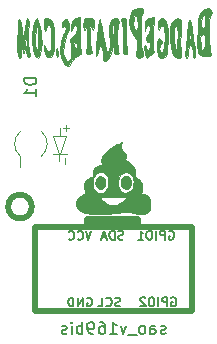
<source format=gbr>
G04 #@! TF.GenerationSoftware,KiCad,Pcbnew,(6.0.1)*
G04 #@! TF.CreationDate,2022-06-04T21:41:08-05:00*
G04 #@! TF.ProjectId,Bsides-KC-2021-SAO-BP,42736964-6573-42d4-9b43-2d323032312d,rev?*
G04 #@! TF.SameCoordinates,Original*
G04 #@! TF.FileFunction,Legend,Bot*
G04 #@! TF.FilePolarity,Positive*
%FSLAX46Y46*%
G04 Gerber Fmt 4.6, Leading zero omitted, Abs format (unit mm)*
G04 Created by KiCad (PCBNEW (6.0.1)) date 2022-06-04 21:41:08*
%MOMM*%
%LPD*%
G01*
G04 APERTURE LIST*
%ADD10C,0.150000*%
%ADD11C,0.120000*%
%ADD12C,0.500000*%
%ADD13C,0.010000*%
G04 APERTURE END LIST*
D10*
G04 #@! TO.C,D1*
X147391380Y-115042904D02*
X146391380Y-115042904D01*
X146391380Y-115281000D01*
X146439000Y-115423857D01*
X146534238Y-115519095D01*
X146629476Y-115566714D01*
X146819952Y-115614333D01*
X146962809Y-115614333D01*
X147153285Y-115566714D01*
X147248523Y-115519095D01*
X147343761Y-115423857D01*
X147391380Y-115281000D01*
X147391380Y-115042904D01*
X147391380Y-116566714D02*
X147391380Y-115995285D01*
X147391380Y-116281000D02*
X146391380Y-116281000D01*
X146534238Y-116185761D01*
X146629476Y-116090523D01*
X146677095Y-115995285D01*
G04 #@! TO.C,X1*
X158346861Y-136645961D02*
X158251623Y-136693580D01*
X158061147Y-136693580D01*
X157965909Y-136645961D01*
X157918290Y-136550723D01*
X157918290Y-136503104D01*
X157965909Y-136407866D01*
X158061147Y-136360247D01*
X158204004Y-136360247D01*
X158299242Y-136312628D01*
X158346861Y-136217390D01*
X158346861Y-136169771D01*
X158299242Y-136074533D01*
X158204004Y-136026914D01*
X158061147Y-136026914D01*
X157965909Y-136074533D01*
X157061147Y-136693580D02*
X157061147Y-136169771D01*
X157108766Y-136074533D01*
X157204004Y-136026914D01*
X157394480Y-136026914D01*
X157489719Y-136074533D01*
X157061147Y-136645961D02*
X157156385Y-136693580D01*
X157394480Y-136693580D01*
X157489719Y-136645961D01*
X157537338Y-136550723D01*
X157537338Y-136455485D01*
X157489719Y-136360247D01*
X157394480Y-136312628D01*
X157156385Y-136312628D01*
X157061147Y-136265009D01*
X156442100Y-136693580D02*
X156537338Y-136645961D01*
X156584957Y-136598342D01*
X156632576Y-136503104D01*
X156632576Y-136217390D01*
X156584957Y-136122152D01*
X156537338Y-136074533D01*
X156442100Y-136026914D01*
X156299242Y-136026914D01*
X156204004Y-136074533D01*
X156156385Y-136122152D01*
X156108766Y-136217390D01*
X156108766Y-136503104D01*
X156156385Y-136598342D01*
X156204004Y-136645961D01*
X156299242Y-136693580D01*
X156442100Y-136693580D01*
X155918290Y-136788819D02*
X155156385Y-136788819D01*
X155013528Y-136026914D02*
X154775433Y-136693580D01*
X154537338Y-136026914D01*
X153632576Y-136693580D02*
X154204004Y-136693580D01*
X153918290Y-136693580D02*
X153918290Y-135693580D01*
X154013528Y-135836438D01*
X154108766Y-135931676D01*
X154204004Y-135979295D01*
X152775433Y-135693580D02*
X152965909Y-135693580D01*
X153061147Y-135741200D01*
X153108766Y-135788819D01*
X153204004Y-135931676D01*
X153251623Y-136122152D01*
X153251623Y-136503104D01*
X153204004Y-136598342D01*
X153156385Y-136645961D01*
X153061147Y-136693580D01*
X152870671Y-136693580D01*
X152775433Y-136645961D01*
X152727814Y-136598342D01*
X152680195Y-136503104D01*
X152680195Y-136265009D01*
X152727814Y-136169771D01*
X152775433Y-136122152D01*
X152870671Y-136074533D01*
X153061147Y-136074533D01*
X153156385Y-136122152D01*
X153204004Y-136169771D01*
X153251623Y-136265009D01*
X152204004Y-136693580D02*
X152013528Y-136693580D01*
X151918290Y-136645961D01*
X151870671Y-136598342D01*
X151775433Y-136455485D01*
X151727814Y-136265009D01*
X151727814Y-135884057D01*
X151775433Y-135788819D01*
X151823052Y-135741200D01*
X151918290Y-135693580D01*
X152108766Y-135693580D01*
X152204004Y-135741200D01*
X152251623Y-135788819D01*
X152299242Y-135884057D01*
X152299242Y-136122152D01*
X152251623Y-136217390D01*
X152204004Y-136265009D01*
X152108766Y-136312628D01*
X151918290Y-136312628D01*
X151823052Y-136265009D01*
X151775433Y-136217390D01*
X151727814Y-136122152D01*
X151299242Y-136693580D02*
X151299242Y-135693580D01*
X151299242Y-136074533D02*
X151204004Y-136026914D01*
X151013528Y-136026914D01*
X150918290Y-136074533D01*
X150870671Y-136122152D01*
X150823052Y-136217390D01*
X150823052Y-136503104D01*
X150870671Y-136598342D01*
X150918290Y-136645961D01*
X151013528Y-136693580D01*
X151204004Y-136693580D01*
X151299242Y-136645961D01*
X150394480Y-136693580D02*
X150394480Y-136026914D01*
X150394480Y-135693580D02*
X150442100Y-135741200D01*
X150394480Y-135788819D01*
X150346861Y-135741200D01*
X150394480Y-135693580D01*
X150394480Y-135788819D01*
X149965909Y-136645961D02*
X149870671Y-136693580D01*
X149680195Y-136693580D01*
X149584957Y-136645961D01*
X149537338Y-136550723D01*
X149537338Y-136503104D01*
X149584957Y-136407866D01*
X149680195Y-136360247D01*
X149823052Y-136360247D01*
X149918290Y-136312628D01*
X149965909Y-136217390D01*
X149965909Y-136169771D01*
X149918290Y-136074533D01*
X149823052Y-136026914D01*
X149680195Y-136026914D01*
X149584957Y-136074533D01*
X152066500Y-127986285D02*
X151816500Y-128736285D01*
X151566500Y-127986285D01*
X150887928Y-128664857D02*
X150923642Y-128700571D01*
X151030785Y-128736285D01*
X151102214Y-128736285D01*
X151209357Y-128700571D01*
X151280785Y-128629142D01*
X151316500Y-128557714D01*
X151352214Y-128414857D01*
X151352214Y-128307714D01*
X151316500Y-128164857D01*
X151280785Y-128093428D01*
X151209357Y-128022000D01*
X151102214Y-127986285D01*
X151030785Y-127986285D01*
X150923642Y-128022000D01*
X150887928Y-128057714D01*
X150137928Y-128664857D02*
X150173642Y-128700571D01*
X150280785Y-128736285D01*
X150352214Y-128736285D01*
X150459357Y-128700571D01*
X150530785Y-128629142D01*
X150566500Y-128557714D01*
X150602214Y-128414857D01*
X150602214Y-128307714D01*
X150566500Y-128164857D01*
X150530785Y-128093428D01*
X150459357Y-128022000D01*
X150352214Y-127986285D01*
X150280785Y-127986285D01*
X150173642Y-128022000D01*
X150137928Y-128057714D01*
X151688728Y-133660800D02*
X151760157Y-133625085D01*
X151867300Y-133625085D01*
X151974442Y-133660800D01*
X152045871Y-133732228D01*
X152081585Y-133803657D01*
X152117300Y-133946514D01*
X152117300Y-134053657D01*
X152081585Y-134196514D01*
X152045871Y-134267942D01*
X151974442Y-134339371D01*
X151867300Y-134375085D01*
X151795871Y-134375085D01*
X151688728Y-134339371D01*
X151653014Y-134303657D01*
X151653014Y-134053657D01*
X151795871Y-134053657D01*
X151331585Y-134375085D02*
X151331585Y-133625085D01*
X150903014Y-134375085D01*
X150903014Y-133625085D01*
X150545871Y-134375085D02*
X150545871Y-133625085D01*
X150367300Y-133625085D01*
X150260157Y-133660800D01*
X150188728Y-133732228D01*
X150153014Y-133803657D01*
X150117300Y-133946514D01*
X150117300Y-134053657D01*
X150153014Y-134196514D01*
X150188728Y-134267942D01*
X150260157Y-134339371D01*
X150367300Y-134375085D01*
X150545871Y-134375085D01*
X158828442Y-133635400D02*
X158899871Y-133599685D01*
X159007014Y-133599685D01*
X159114157Y-133635400D01*
X159185585Y-133706828D01*
X159221300Y-133778257D01*
X159257014Y-133921114D01*
X159257014Y-134028257D01*
X159221300Y-134171114D01*
X159185585Y-134242542D01*
X159114157Y-134313971D01*
X159007014Y-134349685D01*
X158935585Y-134349685D01*
X158828442Y-134313971D01*
X158792728Y-134278257D01*
X158792728Y-134028257D01*
X158935585Y-134028257D01*
X158471300Y-134349685D02*
X158471300Y-133599685D01*
X158185585Y-133599685D01*
X158114157Y-133635400D01*
X158078442Y-133671114D01*
X158042728Y-133742542D01*
X158042728Y-133849685D01*
X158078442Y-133921114D01*
X158114157Y-133956828D01*
X158185585Y-133992542D01*
X158471300Y-133992542D01*
X157721300Y-134349685D02*
X157721300Y-133599685D01*
X157221300Y-133599685D02*
X157078442Y-133599685D01*
X157007014Y-133635400D01*
X156935585Y-133706828D01*
X156899871Y-133849685D01*
X156899871Y-134099685D01*
X156935585Y-134242542D01*
X157007014Y-134313971D01*
X157078442Y-134349685D01*
X157221300Y-134349685D01*
X157292728Y-134313971D01*
X157364157Y-134242542D01*
X157399871Y-134099685D01*
X157399871Y-133849685D01*
X157364157Y-133706828D01*
X157292728Y-133635400D01*
X157221300Y-133599685D01*
X156614157Y-133671114D02*
X156578442Y-133635400D01*
X156507014Y-133599685D01*
X156328442Y-133599685D01*
X156257014Y-133635400D01*
X156221300Y-133671114D01*
X156185585Y-133742542D01*
X156185585Y-133813971D01*
X156221300Y-133921114D01*
X156649871Y-134349685D01*
X156185585Y-134349685D01*
X154771214Y-128675171D02*
X154664071Y-128710885D01*
X154485500Y-128710885D01*
X154414071Y-128675171D01*
X154378357Y-128639457D01*
X154342642Y-128568028D01*
X154342642Y-128496600D01*
X154378357Y-128425171D01*
X154414071Y-128389457D01*
X154485500Y-128353742D01*
X154628357Y-128318028D01*
X154699785Y-128282314D01*
X154735500Y-128246600D01*
X154771214Y-128175171D01*
X154771214Y-128103742D01*
X154735500Y-128032314D01*
X154699785Y-127996600D01*
X154628357Y-127960885D01*
X154449785Y-127960885D01*
X154342642Y-127996600D01*
X154021214Y-128710885D02*
X154021214Y-127960885D01*
X153842642Y-127960885D01*
X153735500Y-127996600D01*
X153664071Y-128068028D01*
X153628357Y-128139457D01*
X153592642Y-128282314D01*
X153592642Y-128389457D01*
X153628357Y-128532314D01*
X153664071Y-128603742D01*
X153735500Y-128675171D01*
X153842642Y-128710885D01*
X154021214Y-128710885D01*
X153306928Y-128496600D02*
X152949785Y-128496600D01*
X153378357Y-128710885D02*
X153128357Y-127960885D01*
X152878357Y-128710885D01*
X158650642Y-127996600D02*
X158722071Y-127960885D01*
X158829214Y-127960885D01*
X158936357Y-127996600D01*
X159007785Y-128068028D01*
X159043500Y-128139457D01*
X159079214Y-128282314D01*
X159079214Y-128389457D01*
X159043500Y-128532314D01*
X159007785Y-128603742D01*
X158936357Y-128675171D01*
X158829214Y-128710885D01*
X158757785Y-128710885D01*
X158650642Y-128675171D01*
X158614928Y-128639457D01*
X158614928Y-128389457D01*
X158757785Y-128389457D01*
X158293500Y-128710885D02*
X158293500Y-127960885D01*
X158007785Y-127960885D01*
X157936357Y-127996600D01*
X157900642Y-128032314D01*
X157864928Y-128103742D01*
X157864928Y-128210885D01*
X157900642Y-128282314D01*
X157936357Y-128318028D01*
X158007785Y-128353742D01*
X158293500Y-128353742D01*
X157543500Y-128710885D02*
X157543500Y-127960885D01*
X157043500Y-127960885D02*
X156900642Y-127960885D01*
X156829214Y-127996600D01*
X156757785Y-128068028D01*
X156722071Y-128210885D01*
X156722071Y-128460885D01*
X156757785Y-128603742D01*
X156829214Y-128675171D01*
X156900642Y-128710885D01*
X157043500Y-128710885D01*
X157114928Y-128675171D01*
X157186357Y-128603742D01*
X157222071Y-128460885D01*
X157222071Y-128210885D01*
X157186357Y-128068028D01*
X157114928Y-127996600D01*
X157043500Y-127960885D01*
X156007785Y-128710885D02*
X156436357Y-128710885D01*
X156222071Y-128710885D02*
X156222071Y-127960885D01*
X156293500Y-128068028D01*
X156364928Y-128139457D01*
X156436357Y-128175171D01*
X154499357Y-134339371D02*
X154392214Y-134375085D01*
X154213642Y-134375085D01*
X154142214Y-134339371D01*
X154106500Y-134303657D01*
X154070785Y-134232228D01*
X154070785Y-134160800D01*
X154106500Y-134089371D01*
X154142214Y-134053657D01*
X154213642Y-134017942D01*
X154356500Y-133982228D01*
X154427928Y-133946514D01*
X154463642Y-133910800D01*
X154499357Y-133839371D01*
X154499357Y-133767942D01*
X154463642Y-133696514D01*
X154427928Y-133660800D01*
X154356500Y-133625085D01*
X154177928Y-133625085D01*
X154070785Y-133660800D01*
X153320785Y-134303657D02*
X153356500Y-134339371D01*
X153463642Y-134375085D01*
X153535071Y-134375085D01*
X153642214Y-134339371D01*
X153713642Y-134267942D01*
X153749357Y-134196514D01*
X153785071Y-134053657D01*
X153785071Y-133946514D01*
X153749357Y-133803657D01*
X153713642Y-133732228D01*
X153642214Y-133660800D01*
X153535071Y-133625085D01*
X153463642Y-133625085D01*
X153356500Y-133660800D01*
X153320785Y-133696514D01*
X152642214Y-134375085D02*
X152999357Y-134375085D01*
X152999357Y-133625085D01*
D11*
G04 #@! TO.C,D1*
X149961600Y-121470600D02*
X148793200Y-121470600D01*
X149785400Y-122283400D02*
X149785400Y-121800800D01*
X148844000Y-119972000D02*
X149910800Y-119972000D01*
X149352000Y-121470600D02*
X148844000Y-119972000D01*
X149885400Y-119527500D02*
X149885400Y-119044900D01*
X149352000Y-121470600D02*
X149352000Y-122080200D01*
X149377400Y-119946600D02*
X149377400Y-119235400D01*
X149910800Y-119972000D02*
X149377400Y-121445200D01*
X150139400Y-119286200D02*
X149631400Y-119286200D01*
X146039000Y-122607000D02*
X146039000Y-121657000D01*
X147816765Y-121675658D02*
G75*
G03*
X147839000Y-119557000I-877764J1068658D01*
G01*
X146061235Y-119538342D02*
G75*
G03*
X146039000Y-121657000I877764J-1068658D01*
G01*
D12*
G04 #@! TO.C,X1*
X151726900Y-127381000D02*
X156044900Y-127381000D01*
X151726900Y-127000000D02*
X151726900Y-127508000D01*
X156044900Y-127000000D02*
X151726900Y-127000000D01*
X147281900Y-134747000D02*
X160616900Y-134747000D01*
X160489900Y-127635000D02*
X147281900Y-127635000D01*
X160616900Y-134747000D02*
X160616900Y-127635000D01*
X147281900Y-127635000D02*
X147281900Y-134747000D01*
X156044900Y-127508000D02*
X156044900Y-127000000D01*
X147011900Y-125923800D02*
G75*
G03*
X147011900Y-125923800I-1000000J0D01*
G01*
D13*
G04 #@! TO.C,G\u002A\u002A\u002A*
X160323972Y-110168600D02*
X160249947Y-110578483D01*
X160249947Y-110578483D02*
X160150358Y-111349204D01*
X160150358Y-111349204D02*
X160037683Y-112407109D01*
X160037683Y-112407109D02*
X160017094Y-113048095D01*
X160017094Y-113048095D02*
X160088041Y-113313621D01*
X160088041Y-113313621D02*
X160124111Y-113326333D01*
X160124111Y-113326333D02*
X160200884Y-113093695D01*
X160200884Y-113093695D02*
X160243838Y-112761888D01*
X160243838Y-112761888D02*
X160345104Y-112303364D01*
X160345104Y-112303364D02*
X160438367Y-112197444D01*
X160438367Y-112197444D02*
X160573106Y-112434754D01*
X160573106Y-112434754D02*
X160624024Y-112761888D01*
X160624024Y-112761888D02*
X160691470Y-113177198D01*
X160691470Y-113177198D02*
X160780999Y-113339689D01*
X160780999Y-113339689D02*
X160836898Y-113167345D01*
X160836898Y-113167345D02*
X160839150Y-113078577D01*
X160839150Y-113078577D02*
X160799977Y-112508283D01*
X160799977Y-112508283D02*
X160703892Y-111707293D01*
X160703892Y-111707293D02*
X160680101Y-111550739D01*
X160680101Y-111550739D02*
X160489359Y-111550739D01*
X160489359Y-111550739D02*
X160478573Y-111652501D01*
X160478573Y-111652501D02*
X160401948Y-111902748D01*
X160401948Y-111902748D02*
X160364453Y-111617723D01*
X160364453Y-111617723D02*
X160362900Y-111475232D01*
X160362900Y-111475232D02*
X160401953Y-111184557D01*
X160401953Y-111184557D02*
X160443570Y-111212511D01*
X160443570Y-111212511D02*
X160489359Y-111550739D01*
X160489359Y-111550739D02*
X160680101Y-111550739D01*
X160680101Y-111550739D02*
X160583052Y-110912150D01*
X160583052Y-110912150D02*
X160469610Y-110359397D01*
X160469610Y-110359397D02*
X160469428Y-110358747D01*
X160469428Y-110358747D02*
X160388313Y-110122730D01*
X160388313Y-110122730D02*
X160323972Y-110168600D01*
X160323972Y-110168600D02*
X160323972Y-110168600D01*
G36*
X160799977Y-112508283D02*
G01*
X160839150Y-113078577D01*
X160836898Y-113167345D01*
X160780999Y-113339689D01*
X160691470Y-113177198D01*
X160624024Y-112761888D01*
X160573106Y-112434754D01*
X160438367Y-112197444D01*
X160345104Y-112303364D01*
X160243838Y-112761888D01*
X160200884Y-113093695D01*
X160124111Y-113326333D01*
X160088041Y-113313621D01*
X160017094Y-113048095D01*
X160037683Y-112407109D01*
X160136935Y-111475232D01*
X160362900Y-111475232D01*
X160364453Y-111617723D01*
X160401948Y-111902748D01*
X160478573Y-111652501D01*
X160489359Y-111550739D01*
X160443570Y-111212511D01*
X160401953Y-111184557D01*
X160362900Y-111475232D01*
X160136935Y-111475232D01*
X160150358Y-111349204D01*
X160249947Y-110578483D01*
X160323972Y-110168600D01*
X160388313Y-110122730D01*
X160469428Y-110358747D01*
X160469610Y-110359397D01*
X160583052Y-110912150D01*
X160680101Y-111550739D01*
X160703892Y-111707293D01*
X160799977Y-112508283D01*
G37*
X160799977Y-112508283D02*
X160839150Y-113078577D01*
X160836898Y-113167345D01*
X160780999Y-113339689D01*
X160691470Y-113177198D01*
X160624024Y-112761888D01*
X160573106Y-112434754D01*
X160438367Y-112197444D01*
X160345104Y-112303364D01*
X160243838Y-112761888D01*
X160200884Y-113093695D01*
X160124111Y-113326333D01*
X160088041Y-113313621D01*
X160017094Y-113048095D01*
X160037683Y-112407109D01*
X160136935Y-111475232D01*
X160362900Y-111475232D01*
X160364453Y-111617723D01*
X160401948Y-111902748D01*
X160478573Y-111652501D01*
X160489359Y-111550739D01*
X160443570Y-111212511D01*
X160401953Y-111184557D01*
X160362900Y-111475232D01*
X160136935Y-111475232D01*
X160150358Y-111349204D01*
X160249947Y-110578483D01*
X160323972Y-110168600D01*
X160388313Y-110122730D01*
X160469428Y-110358747D01*
X160469610Y-110359397D01*
X160583052Y-110912150D01*
X160680101Y-111550739D01*
X160703892Y-111707293D01*
X160799977Y-112508283D01*
X150769780Y-109996109D02*
X150533602Y-110100583D01*
X150533602Y-110100583D02*
X150414587Y-110316683D01*
X150414587Y-110316683D02*
X150374504Y-110645222D01*
X150374504Y-110645222D02*
X150369870Y-111021048D01*
X150369870Y-111021048D02*
X150432383Y-110913055D01*
X150432383Y-110913055D02*
X150449196Y-110856888D01*
X150449196Y-110856888D02*
X150597920Y-110559846D01*
X150597920Y-110559846D02*
X150746670Y-110540885D01*
X150746670Y-110540885D02*
X150833248Y-110792683D01*
X150833248Y-110792683D02*
X150837900Y-110902637D01*
X150837900Y-110902637D02*
X150762814Y-111222195D01*
X150762814Y-111222195D02*
X150554416Y-111472114D01*
X150554416Y-111472114D02*
X150500557Y-111508765D01*
X150500557Y-111508765D02*
X150320053Y-111655888D01*
X150320053Y-111655888D02*
X150248340Y-111791350D01*
X150248340Y-111791350D02*
X150262432Y-111839312D01*
X150262432Y-111839312D02*
X150342738Y-112189043D01*
X150342738Y-112189043D02*
X150356474Y-112770772D01*
X150356474Y-112770772D02*
X150306939Y-113309663D01*
X150306939Y-113309663D02*
X150242411Y-113506738D01*
X150242411Y-113506738D02*
X150037372Y-113570305D01*
X150037372Y-113570305D02*
X149830482Y-113333337D01*
X149830482Y-113333337D02*
X149696977Y-112887145D01*
X149696977Y-112887145D02*
X149690861Y-112837351D01*
X149690861Y-112837351D02*
X149705715Y-112276410D01*
X149705715Y-112276410D02*
X149821012Y-111847237D01*
X149821012Y-111847237D02*
X150035760Y-111255848D01*
X150035760Y-111255848D02*
X150145170Y-110892985D01*
X150145170Y-110892985D02*
X150170676Y-110647426D01*
X150170676Y-110647426D02*
X150133710Y-110407945D01*
X150133710Y-110407945D02*
X150114488Y-110324279D01*
X150114488Y-110324279D02*
X149971478Y-110044212D01*
X149971478Y-110044212D02*
X149785617Y-110021797D01*
X149785617Y-110021797D02*
X149630804Y-110237668D01*
X149630804Y-110237668D02*
X149584474Y-110463171D01*
X149584474Y-110463171D02*
X149597550Y-110716957D01*
X149597550Y-110716957D02*
X149717259Y-110655819D01*
X149717259Y-110655819D02*
X149854206Y-110599308D01*
X149854206Y-110599308D02*
X149878314Y-110795320D01*
X149878314Y-110795320D02*
X149797240Y-111128894D01*
X149797240Y-111128894D02*
X149667119Y-111408577D01*
X149667119Y-111408577D02*
X149480714Y-111950020D01*
X149480714Y-111950020D02*
X149429491Y-112629358D01*
X149429491Y-112629358D02*
X149521465Y-113309972D01*
X149521465Y-113309972D02*
X149549771Y-113409108D01*
X149549771Y-113409108D02*
X149832510Y-113966197D01*
X149832510Y-113966197D02*
X150159074Y-114009282D01*
X150159074Y-114009282D02*
X150460582Y-113621264D01*
X150460582Y-113621264D02*
X150716560Y-113244742D01*
X150716560Y-113244742D02*
X150971137Y-113047888D01*
X150971137Y-113047888D02*
X151016207Y-113039789D01*
X151016207Y-113039789D02*
X151176371Y-112991055D01*
X151176371Y-112991055D02*
X151186429Y-112845034D01*
X151186429Y-112845034D02*
X151163996Y-112786749D01*
X151163996Y-112786749D02*
X151094942Y-112405092D01*
X151094942Y-112405092D02*
X151094365Y-112362074D01*
X151094365Y-112362074D02*
X150837900Y-112362074D01*
X150837900Y-112362074D02*
X150791632Y-112671135D01*
X150791632Y-112671135D02*
X150696428Y-112621853D01*
X150696428Y-112621853D02*
X150617966Y-112250361D01*
X150617966Y-112250361D02*
X150652512Y-111962472D01*
X150652512Y-111962472D02*
X150712223Y-111915222D01*
X150712223Y-111915222D02*
X150821566Y-112142454D01*
X150821566Y-112142454D02*
X150837900Y-112362074D01*
X150837900Y-112362074D02*
X151094365Y-112362074D01*
X151094365Y-112362074D02*
X151084657Y-111638807D01*
X151084657Y-111638807D02*
X151095162Y-111224736D01*
X151095162Y-111224736D02*
X151136795Y-109911441D01*
X151136795Y-109911441D02*
X150769780Y-109996109D01*
X150769780Y-109996109D02*
X150769780Y-109996109D01*
G36*
X151163996Y-112786749D02*
G01*
X151186429Y-112845034D01*
X151176371Y-112991055D01*
X151016207Y-113039789D01*
X150971137Y-113047888D01*
X150716560Y-113244742D01*
X150460582Y-113621264D01*
X150159074Y-114009282D01*
X149832510Y-113966197D01*
X149549771Y-113409108D01*
X149521465Y-113309972D01*
X149429491Y-112629358D01*
X149480714Y-111950020D01*
X149667119Y-111408577D01*
X149797240Y-111128894D01*
X149878314Y-110795320D01*
X149854206Y-110599308D01*
X149717259Y-110655819D01*
X149597550Y-110716957D01*
X149584474Y-110463171D01*
X149630804Y-110237668D01*
X149785617Y-110021797D01*
X149971478Y-110044212D01*
X150114488Y-110324279D01*
X150133710Y-110407945D01*
X150170676Y-110647426D01*
X150145170Y-110892985D01*
X150035760Y-111255848D01*
X149821012Y-111847237D01*
X149705715Y-112276410D01*
X149690861Y-112837351D01*
X149696977Y-112887145D01*
X149830482Y-113333337D01*
X150037372Y-113570305D01*
X150242411Y-113506738D01*
X150306939Y-113309663D01*
X150356474Y-112770772D01*
X150344186Y-112250361D01*
X150617966Y-112250361D01*
X150696428Y-112621853D01*
X150791632Y-112671135D01*
X150837900Y-112362074D01*
X150821566Y-112142454D01*
X150712223Y-111915222D01*
X150652512Y-111962472D01*
X150617966Y-112250361D01*
X150344186Y-112250361D01*
X150342738Y-112189043D01*
X150262432Y-111839312D01*
X150248340Y-111791350D01*
X150320053Y-111655888D01*
X150500557Y-111508765D01*
X150554416Y-111472114D01*
X150762814Y-111222195D01*
X150837900Y-110902637D01*
X150833248Y-110792683D01*
X150746670Y-110540885D01*
X150597920Y-110559846D01*
X150449196Y-110856888D01*
X150432383Y-110913055D01*
X150369870Y-111021048D01*
X150374504Y-110645222D01*
X150414587Y-110316683D01*
X150533602Y-110100583D01*
X150769780Y-109996109D01*
X151136795Y-109911441D01*
X151095162Y-111224736D01*
X151084657Y-111638807D01*
X151094365Y-112362074D01*
X151094942Y-112405092D01*
X151163996Y-112786749D01*
G37*
X151163996Y-112786749D02*
X151186429Y-112845034D01*
X151176371Y-112991055D01*
X151016207Y-113039789D01*
X150971137Y-113047888D01*
X150716560Y-113244742D01*
X150460582Y-113621264D01*
X150159074Y-114009282D01*
X149832510Y-113966197D01*
X149549771Y-113409108D01*
X149521465Y-113309972D01*
X149429491Y-112629358D01*
X149480714Y-111950020D01*
X149667119Y-111408577D01*
X149797240Y-111128894D01*
X149878314Y-110795320D01*
X149854206Y-110599308D01*
X149717259Y-110655819D01*
X149597550Y-110716957D01*
X149584474Y-110463171D01*
X149630804Y-110237668D01*
X149785617Y-110021797D01*
X149971478Y-110044212D01*
X150114488Y-110324279D01*
X150133710Y-110407945D01*
X150170676Y-110647426D01*
X150145170Y-110892985D01*
X150035760Y-111255848D01*
X149821012Y-111847237D01*
X149705715Y-112276410D01*
X149690861Y-112837351D01*
X149696977Y-112887145D01*
X149830482Y-113333337D01*
X150037372Y-113570305D01*
X150242411Y-113506738D01*
X150306939Y-113309663D01*
X150356474Y-112770772D01*
X150344186Y-112250361D01*
X150617966Y-112250361D01*
X150696428Y-112621853D01*
X150791632Y-112671135D01*
X150837900Y-112362074D01*
X150821566Y-112142454D01*
X150712223Y-111915222D01*
X150652512Y-111962472D01*
X150617966Y-112250361D01*
X150344186Y-112250361D01*
X150342738Y-112189043D01*
X150262432Y-111839312D01*
X150248340Y-111791350D01*
X150320053Y-111655888D01*
X150500557Y-111508765D01*
X150554416Y-111472114D01*
X150762814Y-111222195D01*
X150837900Y-110902637D01*
X150833248Y-110792683D01*
X150746670Y-110540885D01*
X150597920Y-110559846D01*
X150449196Y-110856888D01*
X150432383Y-110913055D01*
X150369870Y-111021048D01*
X150374504Y-110645222D01*
X150414587Y-110316683D01*
X150533602Y-110100583D01*
X150769780Y-109996109D01*
X151136795Y-109911441D01*
X151095162Y-111224736D01*
X151084657Y-111638807D01*
X151094365Y-112362074D01*
X151094942Y-112405092D01*
X151163996Y-112786749D01*
X153825512Y-110073066D02*
X153651040Y-110345811D01*
X153651040Y-110345811D02*
X153546626Y-110736592D01*
X153546626Y-110736592D02*
X153571169Y-111176204D01*
X153571169Y-111176204D02*
X153594895Y-111322432D01*
X153594895Y-111322432D02*
X153654130Y-111944888D01*
X153654130Y-111944888D02*
X153645934Y-112327398D01*
X153645934Y-112327398D02*
X153585108Y-112684140D01*
X153585108Y-112684140D02*
X153465761Y-112836024D01*
X153465761Y-112836024D02*
X153373651Y-112874777D01*
X153373651Y-112874777D02*
X153292938Y-112662474D01*
X153292938Y-112662474D02*
X153172193Y-112085020D01*
X153172193Y-112085020D02*
X153075995Y-111511104D01*
X153075995Y-111511104D02*
X153072766Y-111491888D01*
X153072766Y-111491888D02*
X152901650Y-111491888D01*
X152901650Y-111491888D02*
X152860111Y-111867531D01*
X152860111Y-111867531D02*
X152824767Y-111915222D01*
X152824767Y-111915222D02*
X152781093Y-111708351D01*
X152781093Y-111708351D02*
X152793571Y-111491888D01*
X152793571Y-111491888D02*
X152849911Y-111120550D01*
X152849911Y-111120550D02*
X152870455Y-111068555D01*
X152870455Y-111068555D02*
X152898203Y-111299013D01*
X152898203Y-111299013D02*
X152901650Y-111491888D01*
X152901650Y-111491888D02*
X153072766Y-111491888D01*
X153072766Y-111491888D02*
X152944762Y-110730283D01*
X152944762Y-110730283D02*
X152832179Y-110185271D01*
X152832179Y-110185271D02*
X152780489Y-110026950D01*
X152780489Y-110026950D02*
X152714789Y-110214997D01*
X152714789Y-110214997D02*
X152622947Y-110763355D01*
X152622947Y-110763355D02*
X152527422Y-111494995D01*
X152527422Y-111494995D02*
X152450674Y-112232883D01*
X152450674Y-112232883D02*
X152415160Y-112799989D01*
X152415160Y-112799989D02*
X152415627Y-112903000D01*
X152415627Y-112903000D02*
X152475965Y-113171047D01*
X152475965Y-113171047D02*
X152572149Y-113109036D01*
X152572149Y-113109036D02*
X152623811Y-112771434D01*
X152623811Y-112771434D02*
X152623838Y-112761888D01*
X152623838Y-112761888D02*
X152692839Y-112421411D01*
X152692839Y-112421411D02*
X152822275Y-112338555D01*
X152822275Y-112338555D02*
X152971994Y-112451006D01*
X152971994Y-112451006D02*
X153012036Y-112879933D01*
X153012036Y-112879933D02*
X153011209Y-112973555D01*
X153011209Y-112973555D02*
X153028677Y-113407767D01*
X153028677Y-113407767D02*
X153128319Y-113582936D01*
X153128319Y-113582936D02*
X153272786Y-113608555D01*
X153272786Y-113608555D02*
X153574309Y-113352871D01*
X153574309Y-113352871D02*
X153742304Y-112903000D01*
X153742304Y-112903000D02*
X153911723Y-112351969D01*
X153911723Y-112351969D02*
X153993681Y-112230001D01*
X153993681Y-112230001D02*
X153998813Y-112522367D01*
X153998813Y-112522367D02*
X153997075Y-112550222D01*
X153997075Y-112550222D02*
X154006047Y-112883162D01*
X154006047Y-112883162D02*
X154113660Y-113016719D01*
X154113660Y-113016719D02*
X154270869Y-113021830D01*
X154270869Y-113021830D02*
X154371028Y-112956719D01*
X154371028Y-112956719D02*
X154350244Y-112857200D01*
X154350244Y-112857200D02*
X154289711Y-112533053D01*
X154289711Y-112533053D02*
X154257512Y-111918625D01*
X154257512Y-111918625D02*
X154255047Y-111231435D01*
X154255047Y-111231435D02*
X154262412Y-111092074D01*
X154262412Y-111092074D02*
X154012900Y-111092074D01*
X154012900Y-111092074D02*
X153971080Y-111505847D01*
X153971080Y-111505847D02*
X153882569Y-111516495D01*
X153882569Y-111516495D02*
X153802790Y-111153067D01*
X153802790Y-111153067D02*
X153788799Y-110974613D01*
X153788799Y-110974613D02*
X153822992Y-110571823D01*
X153822992Y-110571823D02*
X153888018Y-110504111D01*
X153888018Y-110504111D02*
X153991065Y-110741511D01*
X153991065Y-110741511D02*
X154012900Y-111092074D01*
X154012900Y-111092074D02*
X154262412Y-111092074D01*
X154262412Y-111092074D02*
X154283717Y-110689002D01*
X154283717Y-110689002D02*
X154335085Y-110504111D01*
X154335085Y-110504111D02*
X154382491Y-110331211D01*
X154382491Y-110331211D02*
X154370088Y-110221888D01*
X154370088Y-110221888D02*
X154251088Y-109997739D01*
X154251088Y-109997739D02*
X154047811Y-109951880D01*
X154047811Y-109951880D02*
X153825512Y-110073066D01*
X153825512Y-110073066D02*
X153825512Y-110073066D01*
G36*
X153172193Y-112085020D02*
G01*
X153292938Y-112662474D01*
X153373651Y-112874777D01*
X153465761Y-112836024D01*
X153585108Y-112684140D01*
X153645934Y-112327398D01*
X153654130Y-111944888D01*
X153594895Y-111322432D01*
X153571169Y-111176204D01*
X153559914Y-110974613D01*
X153788799Y-110974613D01*
X153802790Y-111153067D01*
X153882569Y-111516495D01*
X153971080Y-111505847D01*
X154012900Y-111092074D01*
X153991065Y-110741511D01*
X153888018Y-110504111D01*
X153822992Y-110571823D01*
X153788799Y-110974613D01*
X153559914Y-110974613D01*
X153546626Y-110736592D01*
X153651040Y-110345811D01*
X153825512Y-110073066D01*
X154047811Y-109951880D01*
X154251088Y-109997739D01*
X154370088Y-110221888D01*
X154382491Y-110331211D01*
X154335085Y-110504111D01*
X154283717Y-110689002D01*
X154262412Y-111092074D01*
X154255047Y-111231435D01*
X154257512Y-111918625D01*
X154289711Y-112533053D01*
X154350244Y-112857200D01*
X154371028Y-112956719D01*
X154270869Y-113021830D01*
X154113660Y-113016719D01*
X154006047Y-112883162D01*
X153997075Y-112550222D01*
X153998813Y-112522367D01*
X153993681Y-112230001D01*
X153911723Y-112351969D01*
X153742304Y-112903000D01*
X153574309Y-113352871D01*
X153272786Y-113608555D01*
X153128319Y-113582936D01*
X153028677Y-113407767D01*
X153011209Y-112973555D01*
X153012036Y-112879933D01*
X152971994Y-112451006D01*
X152822275Y-112338555D01*
X152692839Y-112421411D01*
X152623838Y-112761888D01*
X152623811Y-112771434D01*
X152572149Y-113109036D01*
X152475965Y-113171047D01*
X152415627Y-112903000D01*
X152415160Y-112799989D01*
X152450674Y-112232883D01*
X152505231Y-111708351D01*
X152781093Y-111708351D01*
X152824767Y-111915222D01*
X152860111Y-111867531D01*
X152901650Y-111491888D01*
X152898203Y-111299013D01*
X152870455Y-111068555D01*
X152849911Y-111120550D01*
X152793571Y-111491888D01*
X152781093Y-111708351D01*
X152505231Y-111708351D01*
X152527422Y-111494995D01*
X152622947Y-110763355D01*
X152714789Y-110214997D01*
X152780489Y-110026950D01*
X152832179Y-110185271D01*
X152944762Y-110730283D01*
X153072766Y-111491888D01*
X153075995Y-111511104D01*
X153172193Y-112085020D01*
G37*
X153172193Y-112085020D02*
X153292938Y-112662474D01*
X153373651Y-112874777D01*
X153465761Y-112836024D01*
X153585108Y-112684140D01*
X153645934Y-112327398D01*
X153654130Y-111944888D01*
X153594895Y-111322432D01*
X153571169Y-111176204D01*
X153559914Y-110974613D01*
X153788799Y-110974613D01*
X153802790Y-111153067D01*
X153882569Y-111516495D01*
X153971080Y-111505847D01*
X154012900Y-111092074D01*
X153991065Y-110741511D01*
X153888018Y-110504111D01*
X153822992Y-110571823D01*
X153788799Y-110974613D01*
X153559914Y-110974613D01*
X153546626Y-110736592D01*
X153651040Y-110345811D01*
X153825512Y-110073066D01*
X154047811Y-109951880D01*
X154251088Y-109997739D01*
X154370088Y-110221888D01*
X154382491Y-110331211D01*
X154335085Y-110504111D01*
X154283717Y-110689002D01*
X154262412Y-111092074D01*
X154255047Y-111231435D01*
X154257512Y-111918625D01*
X154289711Y-112533053D01*
X154350244Y-112857200D01*
X154371028Y-112956719D01*
X154270869Y-113021830D01*
X154113660Y-113016719D01*
X154006047Y-112883162D01*
X153997075Y-112550222D01*
X153998813Y-112522367D01*
X153993681Y-112230001D01*
X153911723Y-112351969D01*
X153742304Y-112903000D01*
X153574309Y-113352871D01*
X153272786Y-113608555D01*
X153128319Y-113582936D01*
X153028677Y-113407767D01*
X153011209Y-112973555D01*
X153012036Y-112879933D01*
X152971994Y-112451006D01*
X152822275Y-112338555D01*
X152692839Y-112421411D01*
X152623838Y-112761888D01*
X152623811Y-112771434D01*
X152572149Y-113109036D01*
X152475965Y-113171047D01*
X152415627Y-112903000D01*
X152415160Y-112799989D01*
X152450674Y-112232883D01*
X152505231Y-111708351D01*
X152781093Y-111708351D01*
X152824767Y-111915222D01*
X152860111Y-111867531D01*
X152901650Y-111491888D01*
X152898203Y-111299013D01*
X152870455Y-111068555D01*
X152849911Y-111120550D01*
X152793571Y-111491888D01*
X152781093Y-111708351D01*
X152505231Y-111708351D01*
X152527422Y-111494995D01*
X152622947Y-110763355D01*
X152714789Y-110214997D01*
X152780489Y-110026950D01*
X152832179Y-110185271D01*
X152944762Y-110730283D01*
X153072766Y-111491888D01*
X153075995Y-111511104D01*
X153172193Y-112085020D01*
X157759448Y-110131259D02*
X157691541Y-110375171D01*
X157691541Y-110375171D02*
X157674325Y-110870937D01*
X157674325Y-110870937D02*
X157761887Y-110963924D01*
X157761887Y-110963924D02*
X157884032Y-110761347D01*
X157884032Y-110761347D02*
X158088130Y-110533330D01*
X158088130Y-110533330D02*
X158235430Y-110803695D01*
X158235430Y-110803695D02*
X158298526Y-111516139D01*
X158298526Y-111516139D02*
X158299150Y-111614212D01*
X158299150Y-111614212D02*
X158244001Y-112370106D01*
X158244001Y-112370106D02*
X158105252Y-112822954D01*
X158105252Y-112822954D02*
X157922955Y-112842405D01*
X157922955Y-112842405D02*
X157922119Y-112841345D01*
X157922119Y-112841345D02*
X157828197Y-112558929D01*
X157828197Y-112558929D02*
X157874063Y-112248464D01*
X157874063Y-112248464D02*
X157961807Y-112120703D01*
X157961807Y-112120703D02*
X158059125Y-112006280D01*
X158059125Y-112006280D02*
X158009128Y-111862498D01*
X158009128Y-111862498D02*
X157961807Y-111787592D01*
X157961807Y-111787592D02*
X157764115Y-111665939D01*
X157764115Y-111665939D02*
X157652234Y-111984112D01*
X157652234Y-111984112D02*
X157643527Y-112598533D01*
X157643527Y-112598533D02*
X157686394Y-113056652D01*
X157686394Y-113056652D02*
X157781523Y-113268427D01*
X157781523Y-113268427D02*
X157977389Y-113325438D01*
X157977389Y-113325438D02*
X158028761Y-113326333D01*
X158028761Y-113326333D02*
X158273349Y-113255347D01*
X158273349Y-113255347D02*
X158422821Y-112984561D01*
X158422821Y-112984561D02*
X158499380Y-112650662D01*
X158499380Y-112650662D02*
X158578926Y-111814425D01*
X158578926Y-111814425D02*
X158547491Y-110960167D01*
X158547491Y-110960167D02*
X158416430Y-110309621D01*
X158416430Y-110309621D02*
X158374613Y-110214444D01*
X158374613Y-110214444D02*
X158165092Y-109980172D01*
X158165092Y-109980172D02*
X157939646Y-109957242D01*
X157939646Y-109957242D02*
X157759448Y-110131259D01*
X157759448Y-110131259D02*
X157759448Y-110131259D01*
G36*
X158165092Y-109980172D02*
G01*
X158374613Y-110214444D01*
X158416430Y-110309621D01*
X158547491Y-110960167D01*
X158578926Y-111814425D01*
X158499380Y-112650662D01*
X158422821Y-112984561D01*
X158273349Y-113255347D01*
X158028761Y-113326333D01*
X157977389Y-113325438D01*
X157781523Y-113268427D01*
X157686394Y-113056652D01*
X157643527Y-112598533D01*
X157652234Y-111984112D01*
X157764115Y-111665939D01*
X157961807Y-111787592D01*
X158009128Y-111862498D01*
X158059125Y-112006280D01*
X157961807Y-112120703D01*
X157874063Y-112248464D01*
X157828197Y-112558929D01*
X157922119Y-112841345D01*
X157922955Y-112842405D01*
X158105252Y-112822954D01*
X158244001Y-112370106D01*
X158299150Y-111614212D01*
X158298526Y-111516139D01*
X158235430Y-110803695D01*
X158088130Y-110533330D01*
X157884032Y-110761347D01*
X157761887Y-110963924D01*
X157674325Y-110870937D01*
X157691541Y-110375171D01*
X157759448Y-110131259D01*
X157939646Y-109957242D01*
X158165092Y-109980172D01*
G37*
X158165092Y-109980172D02*
X158374613Y-110214444D01*
X158416430Y-110309621D01*
X158547491Y-110960167D01*
X158578926Y-111814425D01*
X158499380Y-112650662D01*
X158422821Y-112984561D01*
X158273349Y-113255347D01*
X158028761Y-113326333D01*
X157977389Y-113325438D01*
X157781523Y-113268427D01*
X157686394Y-113056652D01*
X157643527Y-112598533D01*
X157652234Y-111984112D01*
X157764115Y-111665939D01*
X157961807Y-111787592D01*
X158009128Y-111862498D01*
X158059125Y-112006280D01*
X157961807Y-112120703D01*
X157874063Y-112248464D01*
X157828197Y-112558929D01*
X157922119Y-112841345D01*
X157922955Y-112842405D01*
X158105252Y-112822954D01*
X158244001Y-112370106D01*
X158299150Y-111614212D01*
X158298526Y-111516139D01*
X158235430Y-110803695D01*
X158088130Y-110533330D01*
X157884032Y-110761347D01*
X157761887Y-110963924D01*
X157674325Y-110870937D01*
X157691541Y-110375171D01*
X157759448Y-110131259D01*
X157939646Y-109957242D01*
X158165092Y-109980172D01*
X154631727Y-109980198D02*
X154606559Y-110151543D01*
X154606559Y-110151543D02*
X154646661Y-110357690D01*
X154646661Y-110357690D02*
X154704154Y-110913183D01*
X154704154Y-110913183D02*
X154717169Y-111748472D01*
X154717169Y-111748472D02*
X154713814Y-111909912D01*
X154713814Y-111909912D02*
X154702330Y-112633531D01*
X154702330Y-112633531D02*
X154739079Y-112957375D01*
X154739079Y-112957375D02*
X154852256Y-113041602D01*
X154852256Y-113041602D02*
X154913491Y-113044111D01*
X154913491Y-113044111D02*
X155065726Y-113002434D01*
X155065726Y-113002434D02*
X155085097Y-112822838D01*
X155085097Y-112822838D02*
X155044145Y-112618077D01*
X155044145Y-112618077D02*
X154981892Y-111982049D01*
X154981892Y-111982049D02*
X154987186Y-111065855D01*
X154987186Y-111065855D02*
X155007080Y-110347009D01*
X155007080Y-110347009D02*
X154974744Y-110025912D01*
X154974744Y-110025912D02*
X154862046Y-109942413D01*
X154862046Y-109942413D02*
X154789378Y-109939666D01*
X154789378Y-109939666D02*
X154631727Y-109980198D01*
X154631727Y-109980198D02*
X154631727Y-109980198D01*
G36*
X154862046Y-109942413D02*
G01*
X154974744Y-110025912D01*
X155007080Y-110347009D01*
X154987186Y-111065855D01*
X154981892Y-111982049D01*
X155044145Y-112618077D01*
X155085097Y-112822838D01*
X155065726Y-113002434D01*
X154913491Y-113044111D01*
X154852256Y-113041602D01*
X154739079Y-112957375D01*
X154702330Y-112633531D01*
X154713814Y-111909912D01*
X154717169Y-111748472D01*
X154704154Y-110913183D01*
X154646661Y-110357690D01*
X154606559Y-110151543D01*
X154631727Y-109980198D01*
X154789378Y-109939666D01*
X154862046Y-109942413D01*
G37*
X154862046Y-109942413D02*
X154974744Y-110025912D01*
X155007080Y-110347009D01*
X154987186Y-111065855D01*
X154981892Y-111982049D01*
X155044145Y-112618077D01*
X155085097Y-112822838D01*
X155065726Y-113002434D01*
X154913491Y-113044111D01*
X154852256Y-113041602D01*
X154739079Y-112957375D01*
X154702330Y-112633531D01*
X154713814Y-111909912D01*
X154717169Y-111748472D01*
X154704154Y-110913183D01*
X154646661Y-110357690D01*
X154606559Y-110151543D01*
X154631727Y-109980198D01*
X154789378Y-109939666D01*
X154862046Y-109942413D01*
X147264143Y-110166041D02*
X147111629Y-110707871D01*
X147111629Y-110707871D02*
X147012221Y-111359212D01*
X147012221Y-111359212D02*
X147004713Y-111862679D01*
X147004713Y-111862679D02*
X147138141Y-112670842D01*
X147138141Y-112670842D02*
X147325343Y-113183631D01*
X147325343Y-113183631D02*
X147525551Y-113337981D01*
X147525551Y-113337981D02*
X147697996Y-113070829D01*
X147697996Y-113070829D02*
X147722842Y-112973555D01*
X147722842Y-112973555D02*
X147850842Y-112062237D01*
X147850842Y-112062237D02*
X147830391Y-111464093D01*
X147830391Y-111464093D02*
X147575400Y-111464093D01*
X147575400Y-111464093D02*
X147568695Y-112159355D01*
X147568695Y-112159355D02*
X147550073Y-112382549D01*
X147550073Y-112382549D02*
X147471773Y-112725362D01*
X147471773Y-112725362D02*
X147386166Y-112610110D01*
X147386166Y-112610110D02*
X147322172Y-112128281D01*
X147322172Y-112128281D02*
X147305713Y-111609481D01*
X147305713Y-111609481D02*
X147332852Y-110888268D01*
X147332852Y-110888268D02*
X147418759Y-110645760D01*
X147418759Y-110645760D02*
X147424775Y-110645222D01*
X147424775Y-110645222D02*
X147522165Y-110886421D01*
X147522165Y-110886421D02*
X147575400Y-111464093D01*
X147575400Y-111464093D02*
X147830391Y-111464093D01*
X147830391Y-111464093D02*
X147820245Y-111167351D01*
X147820245Y-111167351D02*
X147737905Y-110689567D01*
X147737905Y-110689567D02*
X147582429Y-110171902D01*
X147582429Y-110171902D02*
X147431968Y-109940511D01*
X147431968Y-109940511D02*
X147424775Y-109939666D01*
X147424775Y-109939666D02*
X147264143Y-110166041D01*
X147264143Y-110166041D02*
X147264143Y-110166041D01*
G36*
X147722842Y-112973555D02*
G01*
X147697996Y-113070829D01*
X147525551Y-113337981D01*
X147325343Y-113183631D01*
X147138141Y-112670842D01*
X147004713Y-111862679D01*
X147008489Y-111609481D01*
X147305713Y-111609481D01*
X147322172Y-112128281D01*
X147386166Y-112610110D01*
X147471773Y-112725362D01*
X147550073Y-112382549D01*
X147568695Y-112159355D01*
X147575400Y-111464093D01*
X147522165Y-110886421D01*
X147424775Y-110645222D01*
X147418759Y-110645760D01*
X147332852Y-110888268D01*
X147305713Y-111609481D01*
X147008489Y-111609481D01*
X147012221Y-111359212D01*
X147111629Y-110707871D01*
X147264143Y-110166041D01*
X147424775Y-109939666D01*
X147431968Y-109940511D01*
X147582429Y-110171902D01*
X147737905Y-110689567D01*
X147820245Y-111167351D01*
X147830391Y-111464093D01*
X147850842Y-112062237D01*
X147722842Y-112973555D01*
G37*
X147722842Y-112973555D02*
X147697996Y-113070829D01*
X147525551Y-113337981D01*
X147325343Y-113183631D01*
X147138141Y-112670842D01*
X147004713Y-111862679D01*
X147008489Y-111609481D01*
X147305713Y-111609481D01*
X147322172Y-112128281D01*
X147386166Y-112610110D01*
X147471773Y-112725362D01*
X147550073Y-112382549D01*
X147568695Y-112159355D01*
X147575400Y-111464093D01*
X147522165Y-110886421D01*
X147424775Y-110645222D01*
X147418759Y-110645760D01*
X147332852Y-110888268D01*
X147305713Y-111609481D01*
X147008489Y-111609481D01*
X147012221Y-111359212D01*
X147111629Y-110707871D01*
X147264143Y-110166041D01*
X147424775Y-109939666D01*
X147431968Y-109940511D01*
X147582429Y-110171902D01*
X147737905Y-110689567D01*
X147820245Y-111167351D01*
X147830391Y-111464093D01*
X147850842Y-112062237D01*
X147722842Y-112973555D01*
X161653650Y-109213130D02*
X161408120Y-109371404D01*
X161408120Y-109371404D02*
X161224245Y-109599618D01*
X161224245Y-109599618D02*
X161185337Y-109689905D01*
X161185337Y-109689905D02*
X161102585Y-110221567D01*
X161102585Y-110221567D02*
X161103993Y-110554670D01*
X161103993Y-110554670D02*
X161102762Y-111057648D01*
X161102762Y-111057648D02*
X161069824Y-111226041D01*
X161069824Y-111226041D02*
X161010229Y-111629683D01*
X161010229Y-111629683D02*
X161003399Y-112253455D01*
X161003399Y-112253455D02*
X161047473Y-112787513D01*
X161047473Y-112787513D02*
X161079937Y-112908848D01*
X161079937Y-112908848D02*
X161207001Y-113039909D01*
X161207001Y-113039909D02*
X161421442Y-113133935D01*
X161421442Y-113133935D02*
X161675012Y-113185815D01*
X161675012Y-113185815D02*
X161919463Y-113190437D01*
X161919463Y-113190437D02*
X162106547Y-113142690D01*
X162106547Y-113142690D02*
X162188016Y-113037461D01*
X162188016Y-113037461D02*
X162188525Y-113026303D01*
X162188525Y-113026303D02*
X162127973Y-112769449D01*
X162127973Y-112769449D02*
X162109150Y-112761888D01*
X162109150Y-112761888D02*
X162065682Y-112506715D01*
X162065682Y-112506715D02*
X162039661Y-111912624D01*
X162039661Y-111912624D02*
X161721741Y-111912624D01*
X161721741Y-111912624D02*
X161670758Y-112357402D01*
X161670758Y-112357402D02*
X161532427Y-112682500D01*
X161532427Y-112682500D02*
X161457099Y-112739608D01*
X161457099Y-112739608D02*
X161378934Y-112541849D01*
X161378934Y-112541849D02*
X161320986Y-112234551D01*
X161320986Y-112234551D02*
X161278436Y-111686905D01*
X161278436Y-111686905D02*
X161367298Y-111408699D01*
X161367298Y-111408699D02*
X161527067Y-111350777D01*
X161527067Y-111350777D02*
X161676727Y-111519854D01*
X161676727Y-111519854D02*
X161721741Y-111912624D01*
X161721741Y-111912624D02*
X162039661Y-111912624D01*
X162039661Y-111912624D02*
X162036851Y-111848473D01*
X162036851Y-111848473D02*
X162029775Y-111209666D01*
X162029775Y-111209666D02*
X162039756Y-110282519D01*
X162039756Y-110282519D02*
X162044305Y-110221888D01*
X162044305Y-110221888D02*
X161712275Y-110221888D01*
X161712275Y-110221888D02*
X161650082Y-110655575D01*
X161650082Y-110655575D02*
X161512034Y-110810844D01*
X161512034Y-110810844D02*
X161370928Y-110607377D01*
X161370928Y-110607377D02*
X161369006Y-110600633D01*
X161369006Y-110600633D02*
X161364401Y-110269531D01*
X161364401Y-110269531D02*
X161450679Y-109889437D01*
X161450679Y-109889437D02*
X161576971Y-109665458D01*
X161576971Y-109665458D02*
X161602932Y-109657444D01*
X161602932Y-109657444D02*
X161691609Y-109892655D01*
X161691609Y-109892655D02*
X161712275Y-110221888D01*
X161712275Y-110221888D02*
X162044305Y-110221888D01*
X162044305Y-110221888D02*
X162075727Y-109803124D01*
X162075727Y-109803124D02*
X162146735Y-109658015D01*
X162146735Y-109658015D02*
X162153522Y-109657444D01*
X162153522Y-109657444D02*
X162234002Y-109510218D01*
X162234002Y-109510218D02*
X162222042Y-109339722D01*
X162222042Y-109339722D02*
X162114424Y-109179111D01*
X162114424Y-109179111D02*
X161907022Y-109142973D01*
X161907022Y-109142973D02*
X161653650Y-109213130D01*
X161653650Y-109213130D02*
X161653650Y-109213130D01*
G36*
X162109150Y-112761888D02*
G01*
X162127973Y-112769449D01*
X162188525Y-113026303D01*
X162188016Y-113037461D01*
X162106547Y-113142690D01*
X161919463Y-113190437D01*
X161675012Y-113185815D01*
X161421442Y-113133935D01*
X161207001Y-113039909D01*
X161079937Y-112908848D01*
X161047473Y-112787513D01*
X161003399Y-112253455D01*
X161009602Y-111686905D01*
X161278436Y-111686905D01*
X161320986Y-112234551D01*
X161378934Y-112541849D01*
X161457099Y-112739608D01*
X161532427Y-112682500D01*
X161670758Y-112357402D01*
X161721741Y-111912624D01*
X161676727Y-111519854D01*
X161527067Y-111350777D01*
X161367298Y-111408699D01*
X161278436Y-111686905D01*
X161009602Y-111686905D01*
X161010229Y-111629683D01*
X161069824Y-111226041D01*
X161102762Y-111057648D01*
X161103993Y-110554670D01*
X161102788Y-110269531D01*
X161364401Y-110269531D01*
X161369006Y-110600633D01*
X161370928Y-110607377D01*
X161512034Y-110810844D01*
X161650082Y-110655575D01*
X161712275Y-110221888D01*
X161691609Y-109892655D01*
X161602932Y-109657444D01*
X161576971Y-109665458D01*
X161450679Y-109889437D01*
X161364401Y-110269531D01*
X161102788Y-110269531D01*
X161102585Y-110221567D01*
X161185337Y-109689905D01*
X161224245Y-109599618D01*
X161408120Y-109371404D01*
X161653650Y-109213130D01*
X161907022Y-109142973D01*
X162114424Y-109179111D01*
X162222042Y-109339722D01*
X162234002Y-109510218D01*
X162153522Y-109657444D01*
X162146735Y-109658015D01*
X162075727Y-109803124D01*
X162044305Y-110221888D01*
X162039756Y-110282519D01*
X162029775Y-111209666D01*
X162036851Y-111848473D01*
X162039661Y-111912624D01*
X162065682Y-112506715D01*
X162109150Y-112761888D01*
G37*
X162109150Y-112761888D02*
X162127973Y-112769449D01*
X162188525Y-113026303D01*
X162188016Y-113037461D01*
X162106547Y-113142690D01*
X161919463Y-113190437D01*
X161675012Y-113185815D01*
X161421442Y-113133935D01*
X161207001Y-113039909D01*
X161079937Y-112908848D01*
X161047473Y-112787513D01*
X161003399Y-112253455D01*
X161009602Y-111686905D01*
X161278436Y-111686905D01*
X161320986Y-112234551D01*
X161378934Y-112541849D01*
X161457099Y-112739608D01*
X161532427Y-112682500D01*
X161670758Y-112357402D01*
X161721741Y-111912624D01*
X161676727Y-111519854D01*
X161527067Y-111350777D01*
X161367298Y-111408699D01*
X161278436Y-111686905D01*
X161009602Y-111686905D01*
X161010229Y-111629683D01*
X161069824Y-111226041D01*
X161102762Y-111057648D01*
X161103993Y-110554670D01*
X161102788Y-110269531D01*
X161364401Y-110269531D01*
X161369006Y-110600633D01*
X161370928Y-110607377D01*
X161512034Y-110810844D01*
X161650082Y-110655575D01*
X161712275Y-110221888D01*
X161691609Y-109892655D01*
X161602932Y-109657444D01*
X161576971Y-109665458D01*
X161450679Y-109889437D01*
X161364401Y-110269531D01*
X161102788Y-110269531D01*
X161102585Y-110221567D01*
X161185337Y-109689905D01*
X161224245Y-109599618D01*
X161408120Y-109371404D01*
X161653650Y-109213130D01*
X161907022Y-109142973D01*
X162114424Y-109179111D01*
X162222042Y-109339722D01*
X162234002Y-109510218D01*
X162153522Y-109657444D01*
X162146735Y-109658015D01*
X162075727Y-109803124D01*
X162044305Y-110221888D01*
X162039756Y-110282519D01*
X162029775Y-111209666D01*
X162036851Y-111848473D01*
X162039661Y-111912624D01*
X162065682Y-112506715D01*
X162109150Y-112761888D01*
X159201413Y-110032195D02*
X158907964Y-110327662D01*
X158907964Y-110327662D02*
X158746616Y-110836542D01*
X158746616Y-110836542D02*
X158696054Y-111627127D01*
X158696054Y-111627127D02*
X158696025Y-111651553D01*
X158696025Y-111651553D02*
X158765769Y-112486546D01*
X158765769Y-112486546D02*
X158965655Y-113051394D01*
X158965655Y-113051394D02*
X159281669Y-113312327D01*
X159281669Y-113312327D02*
X159391167Y-113326333D01*
X159391167Y-113326333D02*
X159600477Y-113303930D01*
X159600477Y-113303930D02*
X159682968Y-113190248D01*
X159682968Y-113190248D02*
X159670456Y-112915576D01*
X159670456Y-112915576D02*
X159648587Y-112762299D01*
X159648587Y-112762299D02*
X159588801Y-111866377D01*
X159588801Y-111866377D02*
X159613654Y-111293640D01*
X159613654Y-111293640D02*
X159359507Y-111293640D01*
X159359507Y-111293640D02*
X159343937Y-112140736D01*
X159343937Y-112140736D02*
X159278776Y-112666947D01*
X159278776Y-112666947D02*
X159185308Y-112737194D01*
X159185308Y-112737194D02*
X159098697Y-112412887D01*
X159098697Y-112412887D02*
X159054104Y-111755434D01*
X159054104Y-111755434D02*
X159053213Y-111633000D01*
X159053213Y-111633000D02*
X159082626Y-110877669D01*
X159082626Y-110877669D02*
X159177688Y-110568412D01*
X159177688Y-110568412D02*
X159185427Y-110562420D01*
X159185427Y-110562420D02*
X159305253Y-110708795D01*
X159305253Y-110708795D02*
X159359507Y-111293640D01*
X159359507Y-111293640D02*
X159613654Y-111293640D01*
X159613654Y-111293640D02*
X159630655Y-110901854D01*
X159630655Y-110901854D02*
X159675410Y-110572673D01*
X159675410Y-110572673D02*
X159678214Y-110209883D01*
X159678214Y-110209883D02*
X159552427Y-110001761D01*
X159552427Y-110001761D02*
X159324282Y-109978218D01*
X159324282Y-109978218D02*
X159201413Y-110032195D01*
X159201413Y-110032195D02*
X159201413Y-110032195D01*
G36*
X159648587Y-112762299D02*
G01*
X159670456Y-112915576D01*
X159682968Y-113190248D01*
X159600477Y-113303930D01*
X159391167Y-113326333D01*
X159281669Y-113312327D01*
X158965655Y-113051394D01*
X158765769Y-112486546D01*
X158696025Y-111651553D01*
X158696047Y-111633000D01*
X159053213Y-111633000D01*
X159054104Y-111755434D01*
X159098697Y-112412887D01*
X159185308Y-112737194D01*
X159278776Y-112666947D01*
X159343937Y-112140736D01*
X159359507Y-111293640D01*
X159305253Y-110708795D01*
X159185427Y-110562420D01*
X159177688Y-110568412D01*
X159082626Y-110877669D01*
X159053213Y-111633000D01*
X158696047Y-111633000D01*
X158696054Y-111627127D01*
X158746616Y-110836542D01*
X158907964Y-110327662D01*
X159201413Y-110032195D01*
X159324282Y-109978218D01*
X159552427Y-110001761D01*
X159678214Y-110209883D01*
X159675410Y-110572673D01*
X159630655Y-110901854D01*
X159613654Y-111293640D01*
X159588801Y-111866377D01*
X159648587Y-112762299D01*
G37*
X159648587Y-112762299D02*
X159670456Y-112915576D01*
X159682968Y-113190248D01*
X159600477Y-113303930D01*
X159391167Y-113326333D01*
X159281669Y-113312327D01*
X158965655Y-113051394D01*
X158765769Y-112486546D01*
X158696025Y-111651553D01*
X158696047Y-111633000D01*
X159053213Y-111633000D01*
X159054104Y-111755434D01*
X159098697Y-112412887D01*
X159185308Y-112737194D01*
X159278776Y-112666947D01*
X159343937Y-112140736D01*
X159359507Y-111293640D01*
X159305253Y-110708795D01*
X159185427Y-110562420D01*
X159177688Y-110568412D01*
X159082626Y-110877669D01*
X159053213Y-111633000D01*
X158696047Y-111633000D01*
X158696054Y-111627127D01*
X158746616Y-110836542D01*
X158907964Y-110327662D01*
X159201413Y-110032195D01*
X159324282Y-109978218D01*
X159552427Y-110001761D01*
X159678214Y-110209883D01*
X159675410Y-110572673D01*
X159630655Y-110901854D01*
X159613654Y-111293640D01*
X159588801Y-111866377D01*
X159648587Y-112762299D01*
X149037800Y-112644178D02*
X149051661Y-112982679D01*
X149051661Y-112982679D02*
X149156143Y-113261657D01*
X149156143Y-113261657D02*
X149237111Y-113138827D01*
X149237111Y-113138827D02*
X149250400Y-112926518D01*
X149250400Y-112926518D02*
X149186491Y-112537744D01*
X149186491Y-112537744D02*
X149124723Y-112479666D01*
X149124723Y-112479666D02*
X149037800Y-112644178D01*
X149037800Y-112644178D02*
X149037800Y-112644178D01*
G36*
X149186491Y-112537744D02*
G01*
X149250400Y-112926518D01*
X149237111Y-113138827D01*
X149156143Y-113261657D01*
X149051661Y-112982679D01*
X149037800Y-112644178D01*
X149124723Y-112479666D01*
X149186491Y-112537744D01*
G37*
X149186491Y-112537744D02*
X149250400Y-112926518D01*
X149237111Y-113138827D01*
X149156143Y-113261657D01*
X149051661Y-112982679D01*
X149037800Y-112644178D01*
X149124723Y-112479666D01*
X149186491Y-112537744D01*
X148053760Y-110082186D02*
X148030010Y-110164808D01*
X148030010Y-110164808D02*
X148035580Y-110558203D01*
X148035580Y-110558203D02*
X148071056Y-110799808D01*
X148071056Y-110799808D02*
X148147413Y-111046349D01*
X148147413Y-111046349D02*
X148191495Y-110856888D01*
X148191495Y-110856888D02*
X148297911Y-110540133D01*
X148297911Y-110540133D02*
X148459697Y-110529107D01*
X148459697Y-110529107D02*
X148605182Y-110791089D01*
X148605182Y-110791089D02*
X148655088Y-111068555D01*
X148655088Y-111068555D02*
X148677528Y-111912452D01*
X148677528Y-111912452D02*
X148602179Y-112544953D01*
X148602179Y-112544953D02*
X148460264Y-112864425D01*
X148460264Y-112864425D02*
X148283005Y-112769235D01*
X148283005Y-112769235D02*
X148197821Y-112557026D01*
X148197821Y-112557026D02*
X148085870Y-112225925D01*
X148085870Y-112225925D02*
X148057369Y-112296403D01*
X148057369Y-112296403D02*
X148071054Y-112620777D01*
X148071054Y-112620777D02*
X148141957Y-113044428D01*
X148141957Y-113044428D02*
X148320433Y-113235730D01*
X148320433Y-113235730D02*
X148377936Y-113254450D01*
X148377936Y-113254450D02*
X148608009Y-113220146D01*
X148608009Y-113220146D02*
X148787197Y-113042477D01*
X148787197Y-113042477D02*
X148793994Y-113028760D01*
X148793994Y-113028760D02*
X148901218Y-112511706D01*
X148901218Y-112511706D02*
X148931712Y-111735400D01*
X148931712Y-111735400D02*
X148886035Y-110933626D01*
X148886035Y-110933626D02*
X148787744Y-110406740D01*
X148787744Y-110406740D02*
X148633033Y-110128350D01*
X148633033Y-110128350D02*
X148416762Y-109967933D01*
X148416762Y-109967933D02*
X148202486Y-109945781D01*
X148202486Y-109945781D02*
X148053760Y-110082186D01*
X148053760Y-110082186D02*
X148053760Y-110082186D01*
G36*
X148416762Y-109967933D02*
G01*
X148633033Y-110128350D01*
X148787744Y-110406740D01*
X148886035Y-110933626D01*
X148931712Y-111735400D01*
X148901218Y-112511706D01*
X148793994Y-113028760D01*
X148787197Y-113042477D01*
X148608009Y-113220146D01*
X148377936Y-113254450D01*
X148320433Y-113235730D01*
X148141957Y-113044428D01*
X148071054Y-112620777D01*
X148057369Y-112296403D01*
X148085870Y-112225925D01*
X148197821Y-112557026D01*
X148283005Y-112769235D01*
X148460264Y-112864425D01*
X148602179Y-112544953D01*
X148677528Y-111912452D01*
X148655088Y-111068555D01*
X148605182Y-110791089D01*
X148459697Y-110529107D01*
X148297911Y-110540133D01*
X148191495Y-110856888D01*
X148147413Y-111046349D01*
X148071056Y-110799808D01*
X148035580Y-110558203D01*
X148030010Y-110164808D01*
X148053760Y-110082186D01*
X148202486Y-109945781D01*
X148416762Y-109967933D01*
G37*
X148416762Y-109967933D02*
X148633033Y-110128350D01*
X148787744Y-110406740D01*
X148886035Y-110933626D01*
X148931712Y-111735400D01*
X148901218Y-112511706D01*
X148793994Y-113028760D01*
X148787197Y-113042477D01*
X148608009Y-113220146D01*
X148377936Y-113254450D01*
X148320433Y-113235730D01*
X148141957Y-113044428D01*
X148071054Y-112620777D01*
X148057369Y-112296403D01*
X148085870Y-112225925D01*
X148197821Y-112557026D01*
X148283005Y-112769235D01*
X148460264Y-112864425D01*
X148602179Y-112544953D01*
X148677528Y-111912452D01*
X148655088Y-111068555D01*
X148605182Y-110791089D01*
X148459697Y-110529107D01*
X148297911Y-110540133D01*
X148191495Y-110856888D01*
X148147413Y-111046349D01*
X148071056Y-110799808D01*
X148035580Y-110558203D01*
X148030010Y-110164808D01*
X148053760Y-110082186D01*
X148202486Y-109945781D01*
X148416762Y-109967933D01*
X151577799Y-109964166D02*
X151446371Y-110070092D01*
X151446371Y-110070092D02*
X151398182Y-110306088D01*
X151398182Y-110306088D02*
X151393525Y-110504111D01*
X151393525Y-110504111D02*
X151429063Y-110995455D01*
X151429063Y-110995455D02*
X151529954Y-110978591D01*
X151529954Y-110978591D02*
X151615775Y-110729888D01*
X151615775Y-110729888D02*
X151676730Y-110631830D01*
X151676730Y-110631830D02*
X151705377Y-110958444D01*
X151705377Y-110958444D02*
X151711025Y-111553037D01*
X151711025Y-111553037D02*
X151688458Y-112342315D01*
X151688458Y-112342315D02*
X151630508Y-112811764D01*
X151630508Y-112811764D02*
X151611807Y-112857200D01*
X151611807Y-112857200D02*
X151621190Y-112938039D01*
X151621190Y-112938039D02*
X151756199Y-112984371D01*
X151756199Y-112984371D02*
X151869775Y-112989092D01*
X151869775Y-112989092D02*
X152050024Y-112959333D01*
X152050024Y-112959333D02*
X152113952Y-112895007D01*
X152113952Y-112895007D02*
X152088057Y-112849568D01*
X152088057Y-112849568D02*
X151990695Y-112582286D01*
X151990695Y-112582286D02*
X151951655Y-111939613D01*
X151951655Y-111939613D02*
X151949150Y-111602376D01*
X151949150Y-111602376D02*
X151956453Y-110901390D01*
X151956453Y-110901390D02*
X151993088Y-110650702D01*
X151993088Y-110650702D02*
X152081147Y-110736754D01*
X152081147Y-110736754D02*
X152107900Y-110786333D01*
X152107900Y-110786333D02*
X152228279Y-110939251D01*
X152228279Y-110939251D02*
X152265327Y-110677142D01*
X152265327Y-110677142D02*
X152266650Y-110514040D01*
X152266650Y-110514040D02*
X152248456Y-110182491D01*
X152248456Y-110182491D02*
X152168682Y-110009769D01*
X152168682Y-110009769D02*
X151989541Y-109946159D01*
X151989541Y-109946159D02*
X151830088Y-109939666D01*
X151830088Y-109939666D02*
X151577799Y-109964166D01*
X151577799Y-109964166D02*
X151577799Y-109964166D01*
G36*
X151989541Y-109946159D02*
G01*
X152168682Y-110009769D01*
X152248456Y-110182491D01*
X152266650Y-110514040D01*
X152265327Y-110677142D01*
X152228279Y-110939251D01*
X152107900Y-110786333D01*
X152081147Y-110736754D01*
X151993088Y-110650702D01*
X151956453Y-110901390D01*
X151949150Y-111602376D01*
X151951655Y-111939613D01*
X151990695Y-112582286D01*
X152088057Y-112849568D01*
X152113952Y-112895007D01*
X152050024Y-112959333D01*
X151869775Y-112989092D01*
X151756199Y-112984371D01*
X151621190Y-112938039D01*
X151611807Y-112857200D01*
X151630508Y-112811764D01*
X151688458Y-112342315D01*
X151711025Y-111553037D01*
X151705377Y-110958444D01*
X151676730Y-110631830D01*
X151615775Y-110729888D01*
X151529954Y-110978591D01*
X151429063Y-110995455D01*
X151393525Y-110504111D01*
X151398182Y-110306088D01*
X151446371Y-110070092D01*
X151577799Y-109964166D01*
X151830088Y-109939666D01*
X151989541Y-109946159D01*
G37*
X151989541Y-109946159D02*
X152168682Y-110009769D01*
X152248456Y-110182491D01*
X152266650Y-110514040D01*
X152265327Y-110677142D01*
X152228279Y-110939251D01*
X152107900Y-110786333D01*
X152081147Y-110736754D01*
X151993088Y-110650702D01*
X151956453Y-110901390D01*
X151949150Y-111602376D01*
X151951655Y-111939613D01*
X151990695Y-112582286D01*
X152088057Y-112849568D01*
X152113952Y-112895007D01*
X152050024Y-112959333D01*
X151869775Y-112989092D01*
X151756199Y-112984371D01*
X151621190Y-112938039D01*
X151611807Y-112857200D01*
X151630508Y-112811764D01*
X151688458Y-112342315D01*
X151711025Y-111553037D01*
X151705377Y-110958444D01*
X151676730Y-110631830D01*
X151615775Y-110729888D01*
X151529954Y-110978591D01*
X151429063Y-110995455D01*
X151393525Y-110504111D01*
X151398182Y-110306088D01*
X151446371Y-110070092D01*
X151577799Y-109964166D01*
X151830088Y-109939666D01*
X151989541Y-109946159D01*
X146642178Y-109999345D02*
X146520466Y-110297716D01*
X146520466Y-110297716D02*
X146404112Y-110897147D01*
X146404112Y-110897147D02*
X146400557Y-110923103D01*
X146400557Y-110923103D02*
X146287942Y-111758527D01*
X146287942Y-111758527D02*
X146203711Y-111060763D01*
X146203711Y-111060763D02*
X146075585Y-110267680D01*
X146075585Y-110267680D02*
X145958463Y-110016312D01*
X145958463Y-110016312D02*
X145865191Y-110283966D01*
X145865191Y-110283966D02*
X145808611Y-111047952D01*
X145808611Y-111047952D02*
X145797588Y-111778243D01*
X145797588Y-111778243D02*
X145803613Y-112668781D01*
X145803613Y-112668781D02*
X145832088Y-113132124D01*
X145832088Y-113132124D02*
X145898607Y-113304992D01*
X145898607Y-113304992D02*
X145974197Y-113326390D01*
X145974197Y-113326390D02*
X146092727Y-113251223D01*
X146092727Y-113251223D02*
X146127547Y-112915806D01*
X146127547Y-112915806D02*
X146114509Y-112409111D01*
X146114509Y-112409111D02*
X146078211Y-111491888D01*
X146078211Y-111491888D02*
X146171504Y-112268000D01*
X146171504Y-112268000D02*
X146266437Y-112887384D01*
X146266437Y-112887384D02*
X146347396Y-112962088D01*
X146347396Y-112962088D02*
X146429469Y-112486130D01*
X146429469Y-112486130D02*
X146464869Y-112151679D01*
X146464869Y-112151679D02*
X146543397Y-111588356D01*
X146543397Y-111588356D02*
X146607045Y-111444134D01*
X146607045Y-111444134D02*
X146624171Y-111729835D01*
X146624171Y-111729835D02*
X146599535Y-112105620D01*
X146599535Y-112105620D02*
X146550036Y-112670417D01*
X146550036Y-112670417D02*
X146532756Y-112874876D01*
X146532756Y-112874876D02*
X146582550Y-113107375D01*
X146582550Y-113107375D02*
X146690557Y-113225883D01*
X146690557Y-113225883D02*
X146828757Y-113203691D01*
X146828757Y-113203691D02*
X146869150Y-113058996D01*
X146869150Y-113058996D02*
X146811031Y-112683619D01*
X146811031Y-112683619D02*
X146780618Y-112600655D01*
X146780618Y-112600655D02*
X146729614Y-112191005D01*
X146729614Y-112191005D02*
X146725827Y-111374335D01*
X146725827Y-111374335D02*
X146731635Y-111158560D01*
X146731635Y-111158560D02*
X146747192Y-110385392D01*
X146747192Y-110385392D02*
X146722142Y-110039956D01*
X146722142Y-110039956D02*
X146646768Y-109996326D01*
X146646768Y-109996326D02*
X146642178Y-109999345D01*
X146642178Y-109999345D02*
X146642178Y-109999345D01*
G36*
X146722142Y-110039956D02*
G01*
X146747192Y-110385392D01*
X146731635Y-111158560D01*
X146725827Y-111374335D01*
X146729614Y-112191005D01*
X146780618Y-112600655D01*
X146811031Y-112683619D01*
X146869150Y-113058996D01*
X146828757Y-113203691D01*
X146690557Y-113225883D01*
X146582550Y-113107375D01*
X146532756Y-112874876D01*
X146550036Y-112670417D01*
X146599535Y-112105620D01*
X146624171Y-111729835D01*
X146607045Y-111444134D01*
X146543397Y-111588356D01*
X146464869Y-112151679D01*
X146429469Y-112486130D01*
X146347396Y-112962088D01*
X146266437Y-112887384D01*
X146171504Y-112268000D01*
X146078211Y-111491888D01*
X146114509Y-112409111D01*
X146127547Y-112915806D01*
X146092727Y-113251223D01*
X145974197Y-113326390D01*
X145898607Y-113304992D01*
X145832088Y-113132124D01*
X145803613Y-112668781D01*
X145797588Y-111778243D01*
X145808611Y-111047952D01*
X145865191Y-110283966D01*
X145958463Y-110016312D01*
X146075585Y-110267680D01*
X146203711Y-111060763D01*
X146287942Y-111758527D01*
X146400557Y-110923103D01*
X146404112Y-110897147D01*
X146520466Y-110297716D01*
X146642178Y-109999345D01*
X146646768Y-109996326D01*
X146722142Y-110039956D01*
G37*
X146722142Y-110039956D02*
X146747192Y-110385392D01*
X146731635Y-111158560D01*
X146725827Y-111374335D01*
X146729614Y-112191005D01*
X146780618Y-112600655D01*
X146811031Y-112683619D01*
X146869150Y-113058996D01*
X146828757Y-113203691D01*
X146690557Y-113225883D01*
X146582550Y-113107375D01*
X146532756Y-112874876D01*
X146550036Y-112670417D01*
X146599535Y-112105620D01*
X146624171Y-111729835D01*
X146607045Y-111444134D01*
X146543397Y-111588356D01*
X146464869Y-112151679D01*
X146429469Y-112486130D01*
X146347396Y-112962088D01*
X146266437Y-112887384D01*
X146171504Y-112268000D01*
X146078211Y-111491888D01*
X146114509Y-112409111D01*
X146127547Y-112915806D01*
X146092727Y-113251223D01*
X145974197Y-113326390D01*
X145898607Y-113304992D01*
X145832088Y-113132124D01*
X145803613Y-112668781D01*
X145797588Y-111778243D01*
X145808611Y-111047952D01*
X145865191Y-110283966D01*
X145958463Y-110016312D01*
X146075585Y-110267680D01*
X146203711Y-111060763D01*
X146287942Y-111758527D01*
X146400557Y-110923103D01*
X146404112Y-110897147D01*
X146520466Y-110297716D01*
X146642178Y-109999345D01*
X146646768Y-109996326D01*
X146722142Y-110039956D01*
X155737045Y-109173405D02*
X155526426Y-109320433D01*
X155526426Y-109320433D02*
X155486505Y-109368236D01*
X155486505Y-109368236D02*
X155314126Y-109791226D01*
X155314126Y-109791226D02*
X155277074Y-110331592D01*
X155277074Y-110331592D02*
X155364779Y-110884193D01*
X155364779Y-110884193D02*
X155566676Y-111343889D01*
X155566676Y-111343889D02*
X155700813Y-111500464D01*
X155700813Y-111500464D02*
X155906849Y-111777818D01*
X155906849Y-111777818D02*
X155961576Y-112130782D01*
X155961576Y-112130782D02*
X155882722Y-112564427D01*
X155882722Y-112564427D02*
X155809457Y-112967167D01*
X155809457Y-112967167D02*
X155815847Y-113151624D01*
X155815847Y-113151624D02*
X155922941Y-113280831D01*
X155922941Y-113280831D02*
X156104285Y-113324621D01*
X156104285Y-113324621D02*
X156297102Y-113290375D01*
X156297102Y-113290375D02*
X156438612Y-113185474D01*
X156438612Y-113185474D02*
X156473525Y-113074305D01*
X156473525Y-113074305D02*
X156410358Y-112765784D01*
X156410358Y-112765784D02*
X156354463Y-112659829D01*
X156354463Y-112659829D02*
X156274381Y-112324383D01*
X156274381Y-112324383D02*
X156238620Y-111550211D01*
X156238620Y-111550211D02*
X156235400Y-111077413D01*
X156235400Y-111077413D02*
X156240238Y-110735406D01*
X156240238Y-110735406D02*
X155996060Y-110735406D01*
X155996060Y-110735406D02*
X155941898Y-111006184D01*
X155941898Y-111006184D02*
X155818534Y-111013251D01*
X155818534Y-111013251D02*
X155688759Y-110806509D01*
X155688759Y-110806509D02*
X155615361Y-110435862D01*
X155615361Y-110435862D02*
X155615189Y-110432702D01*
X155615189Y-110432702D02*
X155648867Y-109957845D01*
X155648867Y-109957845D02*
X155763711Y-109722561D01*
X155763711Y-109722561D02*
X155890375Y-109830721D01*
X155890375Y-109830721D02*
X155924696Y-109969097D01*
X155924696Y-109969097D02*
X155988874Y-110539917D01*
X155988874Y-110539917D02*
X155996060Y-110735406D01*
X155996060Y-110735406D02*
X156240238Y-110735406D01*
X156240238Y-110735406D02*
X156247998Y-110186914D01*
X156247998Y-110186914D02*
X156291656Y-109750359D01*
X156291656Y-109750359D02*
X156354463Y-109657444D01*
X156354463Y-109657444D02*
X156460093Y-109505052D01*
X156460093Y-109505052D02*
X156473525Y-109375222D01*
X156473525Y-109375222D02*
X156403057Y-109206970D01*
X156403057Y-109206970D02*
X156224237Y-109117020D01*
X156224237Y-109117020D02*
X155985940Y-109105716D01*
X155985940Y-109105716D02*
X155737045Y-109173405D01*
X155737045Y-109173405D02*
X155737045Y-109173405D01*
G36*
X156238620Y-111550211D02*
G01*
X156274381Y-112324383D01*
X156354463Y-112659829D01*
X156410358Y-112765784D01*
X156473525Y-113074305D01*
X156438612Y-113185474D01*
X156297102Y-113290375D01*
X156104285Y-113324621D01*
X155922941Y-113280831D01*
X155815847Y-113151624D01*
X155809457Y-112967167D01*
X155882722Y-112564427D01*
X155961576Y-112130782D01*
X155906849Y-111777818D01*
X155700813Y-111500464D01*
X155566676Y-111343889D01*
X155364779Y-110884193D01*
X155293121Y-110432702D01*
X155615189Y-110432702D01*
X155615361Y-110435862D01*
X155688759Y-110806509D01*
X155818534Y-111013251D01*
X155941898Y-111006184D01*
X155996060Y-110735406D01*
X155988874Y-110539917D01*
X155924696Y-109969097D01*
X155890375Y-109830721D01*
X155763711Y-109722561D01*
X155648867Y-109957845D01*
X155615189Y-110432702D01*
X155293121Y-110432702D01*
X155277074Y-110331592D01*
X155314126Y-109791226D01*
X155486505Y-109368236D01*
X155526426Y-109320433D01*
X155737045Y-109173405D01*
X155985940Y-109105716D01*
X156224237Y-109117020D01*
X156403057Y-109206970D01*
X156473525Y-109375222D01*
X156460093Y-109505052D01*
X156354463Y-109657444D01*
X156291656Y-109750359D01*
X156247998Y-110186914D01*
X156240238Y-110735406D01*
X156235400Y-111077413D01*
X156238620Y-111550211D01*
G37*
X156238620Y-111550211D02*
X156274381Y-112324383D01*
X156354463Y-112659829D01*
X156410358Y-112765784D01*
X156473525Y-113074305D01*
X156438612Y-113185474D01*
X156297102Y-113290375D01*
X156104285Y-113324621D01*
X155922941Y-113280831D01*
X155815847Y-113151624D01*
X155809457Y-112967167D01*
X155882722Y-112564427D01*
X155961576Y-112130782D01*
X155906849Y-111777818D01*
X155700813Y-111500464D01*
X155566676Y-111343889D01*
X155364779Y-110884193D01*
X155293121Y-110432702D01*
X155615189Y-110432702D01*
X155615361Y-110435862D01*
X155688759Y-110806509D01*
X155818534Y-111013251D01*
X155941898Y-111006184D01*
X155996060Y-110735406D01*
X155988874Y-110539917D01*
X155924696Y-109969097D01*
X155890375Y-109830721D01*
X155763711Y-109722561D01*
X155648867Y-109957845D01*
X155615189Y-110432702D01*
X155293121Y-110432702D01*
X155277074Y-110331592D01*
X155314126Y-109791226D01*
X155486505Y-109368236D01*
X155526426Y-109320433D01*
X155737045Y-109173405D01*
X155985940Y-109105716D01*
X156224237Y-109117020D01*
X156403057Y-109206970D01*
X156473525Y-109375222D01*
X156460093Y-109505052D01*
X156354463Y-109657444D01*
X156291656Y-109750359D01*
X156247998Y-110186914D01*
X156240238Y-110735406D01*
X156235400Y-111077413D01*
X156238620Y-111550211D01*
X156959055Y-109996396D02*
X156723534Y-110101447D01*
X156723534Y-110101447D02*
X156605110Y-110319555D01*
X156605110Y-110319555D02*
X156565754Y-110645222D01*
X156565754Y-110645222D02*
X156561120Y-111021048D01*
X156561120Y-111021048D02*
X156623633Y-110913055D01*
X156623633Y-110913055D02*
X156640446Y-110856888D01*
X156640446Y-110856888D02*
X156791173Y-110556089D01*
X156791173Y-110556089D02*
X156939758Y-110546615D01*
X156939758Y-110546615D02*
X157024940Y-110817347D01*
X157024940Y-110817347D02*
X157029150Y-110927444D01*
X157029150Y-110927444D02*
X156962976Y-111272205D01*
X156962976Y-111272205D02*
X156870400Y-111350777D01*
X156870400Y-111350777D02*
X156741676Y-111516103D01*
X156741676Y-111516103D02*
X156711650Y-111747689D01*
X156711650Y-111747689D02*
X156769993Y-112025011D01*
X156769993Y-112025011D02*
X156870400Y-111996995D01*
X156870400Y-111996995D02*
X157000466Y-112015812D01*
X157000466Y-112015812D02*
X157029150Y-112305639D01*
X157029150Y-112305639D02*
X156969409Y-112666333D01*
X156969409Y-112666333D02*
X156831714Y-112743345D01*
X156831714Y-112743345D02*
X156678359Y-112517448D01*
X156678359Y-112517448D02*
X156648150Y-112423222D01*
X156648150Y-112423222D02*
X156570803Y-112251585D01*
X156570803Y-112251585D02*
X156552900Y-112534138D01*
X156552900Y-112534138D02*
X156604274Y-112911880D01*
X156604274Y-112911880D02*
X156712720Y-113233450D01*
X156712720Y-113233450D02*
X156809725Y-113303994D01*
X156809725Y-113303994D02*
X156817361Y-113286284D01*
X156817361Y-113286284D02*
X156895878Y-113216574D01*
X156895878Y-113216574D02*
X157075898Y-113090970D01*
X157075898Y-113090970D02*
X157148213Y-113044111D01*
X157148213Y-113044111D02*
X157317786Y-112913699D01*
X157317786Y-112913699D02*
X157374237Y-112821133D01*
X157374237Y-112821133D02*
X157356395Y-112801937D01*
X157356395Y-112801937D02*
X157292019Y-112626483D01*
X157292019Y-112626483D02*
X157272441Y-112093615D01*
X157272441Y-112093615D02*
X157285586Y-111336952D01*
X157285586Y-111336952D02*
X157324094Y-109912015D01*
X157324094Y-109912015D02*
X156959055Y-109996396D01*
X156959055Y-109996396D02*
X156959055Y-109996396D01*
G36*
X157285586Y-111336952D02*
G01*
X157272441Y-112093615D01*
X157292019Y-112626483D01*
X157356395Y-112801937D01*
X157374237Y-112821133D01*
X157317786Y-112913699D01*
X157148213Y-113044111D01*
X157075898Y-113090970D01*
X156895878Y-113216574D01*
X156817361Y-113286284D01*
X156809725Y-113303994D01*
X156712720Y-113233450D01*
X156604274Y-112911880D01*
X156552900Y-112534138D01*
X156570803Y-112251585D01*
X156648150Y-112423222D01*
X156678359Y-112517448D01*
X156831714Y-112743345D01*
X156969409Y-112666333D01*
X157029150Y-112305639D01*
X157000466Y-112015812D01*
X156870400Y-111996995D01*
X156769993Y-112025011D01*
X156711650Y-111747689D01*
X156741676Y-111516103D01*
X156870400Y-111350777D01*
X156962976Y-111272205D01*
X157029150Y-110927444D01*
X157024940Y-110817347D01*
X156939758Y-110546615D01*
X156791173Y-110556089D01*
X156640446Y-110856888D01*
X156623633Y-110913055D01*
X156561120Y-111021048D01*
X156565754Y-110645222D01*
X156605110Y-110319555D01*
X156723534Y-110101447D01*
X156959055Y-109996396D01*
X157324094Y-109912015D01*
X157285586Y-111336952D01*
G37*
X157285586Y-111336952D02*
X157272441Y-112093615D01*
X157292019Y-112626483D01*
X157356395Y-112801937D01*
X157374237Y-112821133D01*
X157317786Y-112913699D01*
X157148213Y-113044111D01*
X157075898Y-113090970D01*
X156895878Y-113216574D01*
X156817361Y-113286284D01*
X156809725Y-113303994D01*
X156712720Y-113233450D01*
X156604274Y-112911880D01*
X156552900Y-112534138D01*
X156570803Y-112251585D01*
X156648150Y-112423222D01*
X156678359Y-112517448D01*
X156831714Y-112743345D01*
X156969409Y-112666333D01*
X157029150Y-112305639D01*
X157000466Y-112015812D01*
X156870400Y-111996995D01*
X156769993Y-112025011D01*
X156711650Y-111747689D01*
X156741676Y-111516103D01*
X156870400Y-111350777D01*
X156962976Y-111272205D01*
X157029150Y-110927444D01*
X157024940Y-110817347D01*
X156939758Y-110546615D01*
X156791173Y-110556089D01*
X156640446Y-110856888D01*
X156623633Y-110913055D01*
X156561120Y-111021048D01*
X156565754Y-110645222D01*
X156605110Y-110319555D01*
X156723534Y-110101447D01*
X156959055Y-109996396D01*
X157324094Y-109912015D01*
X157285586Y-111336952D01*
X152703456Y-123363956D02*
X152597216Y-123437569D01*
X152597216Y-123437569D02*
X152502511Y-123541729D01*
X152502511Y-123541729D02*
X152434157Y-123661278D01*
X152434157Y-123661278D02*
X152410740Y-123740862D01*
X152410740Y-123740862D02*
X152402600Y-123924860D01*
X152402600Y-123924860D02*
X152436489Y-124098730D01*
X152436489Y-124098730D02*
X152507167Y-124247061D01*
X152507167Y-124247061D02*
X152609394Y-124354443D01*
X152609394Y-124354443D02*
X152622322Y-124363083D01*
X152622322Y-124363083D02*
X152748108Y-124417640D01*
X152748108Y-124417640D02*
X152874885Y-124430473D01*
X152874885Y-124430473D02*
X152963841Y-124407271D01*
X152963841Y-124407271D02*
X153028217Y-124357715D01*
X153028217Y-124357715D02*
X153102531Y-124277522D01*
X153102531Y-124277522D02*
X153135761Y-124233815D01*
X153135761Y-124233815D02*
X153213049Y-124080758D01*
X153213049Y-124080758D02*
X153244677Y-123917709D01*
X153244677Y-123917709D02*
X153234706Y-123755731D01*
X153234706Y-123755731D02*
X153187192Y-123605886D01*
X153187192Y-123605886D02*
X153106195Y-123479236D01*
X153106195Y-123479236D02*
X152995772Y-123386843D01*
X152995772Y-123386843D02*
X152859982Y-123339771D01*
X152859982Y-123339771D02*
X152806413Y-123336050D01*
X152806413Y-123336050D02*
X152703456Y-123363956D01*
X152703456Y-123363956D02*
X152703456Y-123363956D01*
G36*
X152859982Y-123339771D02*
G01*
X152995772Y-123386843D01*
X153106195Y-123479236D01*
X153187192Y-123605886D01*
X153234706Y-123755731D01*
X153244677Y-123917709D01*
X153213049Y-124080758D01*
X153135761Y-124233815D01*
X153102531Y-124277522D01*
X153028217Y-124357715D01*
X152963841Y-124407271D01*
X152874885Y-124430473D01*
X152748108Y-124417640D01*
X152622322Y-124363083D01*
X152609394Y-124354443D01*
X152507167Y-124247061D01*
X152436489Y-124098730D01*
X152402600Y-123924860D01*
X152410740Y-123740862D01*
X152434157Y-123661278D01*
X152502511Y-123541729D01*
X152597216Y-123437569D01*
X152703456Y-123363956D01*
X152806413Y-123336050D01*
X152859982Y-123339771D01*
G37*
X152859982Y-123339771D02*
X152995772Y-123386843D01*
X153106195Y-123479236D01*
X153187192Y-123605886D01*
X153234706Y-123755731D01*
X153244677Y-123917709D01*
X153213049Y-124080758D01*
X153135761Y-124233815D01*
X153102531Y-124277522D01*
X153028217Y-124357715D01*
X152963841Y-124407271D01*
X152874885Y-124430473D01*
X152748108Y-124417640D01*
X152622322Y-124363083D01*
X152609394Y-124354443D01*
X152507167Y-124247061D01*
X152436489Y-124098730D01*
X152402600Y-123924860D01*
X152410740Y-123740862D01*
X152434157Y-123661278D01*
X152502511Y-123541729D01*
X152597216Y-123437569D01*
X152703456Y-123363956D01*
X152806413Y-123336050D01*
X152859982Y-123339771D01*
X154820460Y-123363340D02*
X154751907Y-123412928D01*
X154751907Y-123412928D02*
X154641579Y-123545884D01*
X154641579Y-123545884D02*
X154575879Y-123716029D01*
X154575879Y-123716029D02*
X154558823Y-123911740D01*
X154558823Y-123911740D02*
X154562443Y-123961509D01*
X154562443Y-123961509D02*
X154602672Y-124130690D01*
X154602672Y-124130690D02*
X154679751Y-124268627D01*
X154679751Y-124268627D02*
X154784755Y-124368229D01*
X154784755Y-124368229D02*
X154908758Y-124422407D01*
X154908758Y-124422407D02*
X155042838Y-124424071D01*
X155042838Y-124424071D02*
X155115588Y-124400948D01*
X155115588Y-124400948D02*
X155232107Y-124316975D01*
X155232107Y-124316975D02*
X155321091Y-124188650D01*
X155321091Y-124188650D02*
X155376474Y-124031385D01*
X155376474Y-124031385D02*
X155392187Y-123860588D01*
X155392187Y-123860588D02*
X155375961Y-123739671D01*
X155375961Y-123739671D02*
X155309983Y-123567571D01*
X155309983Y-123567571D02*
X155208243Y-123440242D01*
X155208243Y-123440242D02*
X155076487Y-123363625D01*
X155076487Y-123363625D02*
X154994598Y-123345397D01*
X154994598Y-123345397D02*
X154893470Y-123341238D01*
X154893470Y-123341238D02*
X154820460Y-123363340D01*
X154820460Y-123363340D02*
X154820460Y-123363340D01*
G36*
X154994598Y-123345397D02*
G01*
X155076487Y-123363625D01*
X155208243Y-123440242D01*
X155309983Y-123567571D01*
X155375961Y-123739671D01*
X155392187Y-123860588D01*
X155376474Y-124031385D01*
X155321091Y-124188650D01*
X155232107Y-124316975D01*
X155115588Y-124400948D01*
X155042838Y-124424071D01*
X154908758Y-124422407D01*
X154784755Y-124368229D01*
X154679751Y-124268627D01*
X154602672Y-124130690D01*
X154562443Y-123961509D01*
X154558823Y-123911740D01*
X154575879Y-123716029D01*
X154641579Y-123545884D01*
X154751907Y-123412928D01*
X154820460Y-123363340D01*
X154893470Y-123341238D01*
X154994598Y-123345397D01*
G37*
X154994598Y-123345397D02*
X155076487Y-123363625D01*
X155208243Y-123440242D01*
X155309983Y-123567571D01*
X155375961Y-123739671D01*
X155392187Y-123860588D01*
X155376474Y-124031385D01*
X155321091Y-124188650D01*
X155232107Y-124316975D01*
X155115588Y-124400948D01*
X155042838Y-124424071D01*
X154908758Y-124422407D01*
X154784755Y-124368229D01*
X154679751Y-124268627D01*
X154602672Y-124130690D01*
X154562443Y-123961509D01*
X154558823Y-123911740D01*
X154575879Y-123716029D01*
X154641579Y-123545884D01*
X154751907Y-123412928D01*
X154820460Y-123363340D01*
X154893470Y-123341238D01*
X154994598Y-123345397D01*
X154577858Y-120493260D02*
X154491909Y-120533099D01*
X154491909Y-120533099D02*
X154374294Y-120591868D01*
X154374294Y-120591868D02*
X154236780Y-120663338D01*
X154236780Y-120663338D02*
X154091136Y-120741279D01*
X154091136Y-120741279D02*
X153949127Y-120819463D01*
X153949127Y-120819463D02*
X153822522Y-120891661D01*
X153822522Y-120891661D02*
X153723087Y-120951644D01*
X153723087Y-120951644D02*
X153705966Y-120962621D01*
X153705966Y-120962621D02*
X153550748Y-121074461D01*
X153550748Y-121074461D02*
X153392078Y-121207287D01*
X153392078Y-121207287D02*
X153242802Y-121348613D01*
X153242802Y-121348613D02*
X153115768Y-121485951D01*
X153115768Y-121485951D02*
X153023822Y-121606814D01*
X153023822Y-121606814D02*
X152998370Y-121650420D01*
X152998370Y-121650420D02*
X152925697Y-121852576D01*
X152925697Y-121852576D02*
X152914353Y-122051104D01*
X152914353Y-122051104D02*
X152945895Y-122193050D01*
X152945895Y-122193050D02*
X152980530Y-122296248D01*
X152980530Y-122296248D02*
X152993023Y-122353453D01*
X152993023Y-122353453D02*
X152983656Y-122378079D01*
X152983656Y-122378079D02*
X152952717Y-122383538D01*
X152952717Y-122383538D02*
X152949942Y-122383550D01*
X152949942Y-122383550D02*
X152860352Y-122398304D01*
X152860352Y-122398304D02*
X152737638Y-122436787D01*
X152737638Y-122436787D02*
X152603289Y-122490326D01*
X152603289Y-122490326D02*
X152478792Y-122550249D01*
X152478792Y-122550249D02*
X152385636Y-122607884D01*
X152385636Y-122607884D02*
X152376847Y-122614839D01*
X152376847Y-122614839D02*
X152276329Y-122717205D01*
X152276329Y-122717205D02*
X152212473Y-122835450D01*
X152212473Y-122835450D02*
X152179333Y-122985098D01*
X152179333Y-122985098D02*
X152170859Y-123152467D01*
X152170859Y-123152467D02*
X152170317Y-123383675D01*
X152170317Y-123383675D02*
X152001560Y-123456685D01*
X152001560Y-123456685D02*
X151792166Y-123570867D01*
X151792166Y-123570867D02*
X151634459Y-123712511D01*
X151634459Y-123712511D02*
X151523390Y-123881984D01*
X151523390Y-123881984D02*
X151475541Y-123992778D01*
X151475541Y-123992778D02*
X151448262Y-124100699D01*
X151448262Y-124100699D02*
X151441997Y-124218141D01*
X151441997Y-124218141D02*
X151457190Y-124357501D01*
X151457190Y-124357501D02*
X151494285Y-124531176D01*
X151494285Y-124531176D02*
X151553727Y-124751560D01*
X151553727Y-124751560D02*
X151554648Y-124754787D01*
X151554648Y-124754787D02*
X151558769Y-124802223D01*
X151558769Y-124802223D02*
X151527129Y-124832294D01*
X151527129Y-124832294D02*
X151452248Y-124857188D01*
X151452248Y-124857188D02*
X151305529Y-124915016D01*
X151305529Y-124915016D02*
X151149332Y-125005643D01*
X151149332Y-125005643D02*
X151005975Y-125113892D01*
X151005975Y-125113892D02*
X150897779Y-125224585D01*
X150897779Y-125224585D02*
X150883507Y-125243962D01*
X150883507Y-125243962D02*
X150825527Y-125345097D01*
X150825527Y-125345097D02*
X150793551Y-125454427D01*
X150793551Y-125454427D02*
X150779842Y-125579164D01*
X150779842Y-125579164D02*
X150790225Y-125797640D01*
X150790225Y-125797640D02*
X150852400Y-125987095D01*
X150852400Y-125987095D02*
X150968265Y-126149711D01*
X150968265Y-126149711D02*
X151139716Y-126287669D01*
X151139716Y-126287669D02*
X151368650Y-126403150D01*
X151368650Y-126403150D02*
X151553231Y-126468445D01*
X151553231Y-126468445D02*
X151612642Y-126484933D01*
X151612642Y-126484933D02*
X151677349Y-126498017D01*
X151677349Y-126498017D02*
X151755132Y-126508067D01*
X151755132Y-126508067D02*
X151853767Y-126515449D01*
X151853767Y-126515449D02*
X151981032Y-126520534D01*
X151981032Y-126520534D02*
X152144705Y-126523689D01*
X152144705Y-126523689D02*
X152352563Y-126525283D01*
X152352563Y-126525283D02*
X152612384Y-126525684D01*
X152612384Y-126525684D02*
X152758775Y-126525560D01*
X152758775Y-126525560D02*
X153045835Y-126524895D01*
X153045835Y-126524895D02*
X153279896Y-126523348D01*
X153279896Y-126523348D02*
X153471458Y-126520308D01*
X153471458Y-126520308D02*
X153631022Y-126515165D01*
X153631022Y-126515165D02*
X153769089Y-126507310D01*
X153769089Y-126507310D02*
X153896158Y-126496134D01*
X153896158Y-126496134D02*
X154022730Y-126481027D01*
X154022730Y-126481027D02*
X154159307Y-126461378D01*
X154159307Y-126461378D02*
X154316387Y-126436579D01*
X154316387Y-126436579D02*
X154330400Y-126434314D01*
X154330400Y-126434314D02*
X154635566Y-126389609D01*
X154635566Y-126389609D02*
X154890139Y-126363647D01*
X154890139Y-126363647D02*
X155104266Y-126356652D01*
X155104266Y-126356652D02*
X155288093Y-126368844D01*
X155288093Y-126368844D02*
X155451766Y-126400446D01*
X155451766Y-126400446D02*
X155605430Y-126451679D01*
X155605430Y-126451679D02*
X155632235Y-126462759D01*
X155632235Y-126462759D02*
X155750541Y-126507681D01*
X155750541Y-126507681D02*
X155863942Y-126536250D01*
X155863942Y-126536250D02*
X155995716Y-126552850D01*
X155995716Y-126552850D02*
X156156025Y-126561421D01*
X156156025Y-126561421D02*
X156300544Y-126563653D01*
X156300544Y-126563653D02*
X156428693Y-126560567D01*
X156428693Y-126560567D02*
X156522197Y-126552845D01*
X156522197Y-126552845D02*
X156553106Y-126546592D01*
X156553106Y-126546592D02*
X156739285Y-126462424D01*
X156739285Y-126462424D02*
X156892566Y-126346177D01*
X156892566Y-126346177D02*
X157000389Y-126208374D01*
X157000389Y-126208374D02*
X157028423Y-126148396D01*
X157028423Y-126148396D02*
X157049531Y-126050944D01*
X157049531Y-126050944D02*
X157060511Y-125911156D01*
X157060511Y-125911156D02*
X157061663Y-125749333D01*
X157061663Y-125749333D02*
X157053286Y-125585777D01*
X157053286Y-125585777D02*
X157035678Y-125440789D01*
X157035678Y-125440789D02*
X157016770Y-125357024D01*
X157016770Y-125357024D02*
X156932575Y-125153140D01*
X156932575Y-125153140D02*
X156902685Y-125114050D01*
X156902685Y-125114050D02*
X155074691Y-125114050D01*
X155074691Y-125114050D02*
X154876240Y-125314280D01*
X154876240Y-125314280D02*
X154653855Y-125511969D01*
X154653855Y-125511969D02*
X154428591Y-125661425D01*
X154428591Y-125661425D02*
X154209789Y-125756592D01*
X154209789Y-125756592D02*
X154181257Y-125764949D01*
X154181257Y-125764949D02*
X154021207Y-125799974D01*
X154021207Y-125799974D02*
X153880415Y-125806001D01*
X153880415Y-125806001D02*
X153727526Y-125783029D01*
X153727526Y-125783029D02*
X153652937Y-125764935D01*
X153652937Y-125764935D02*
X153419747Y-125673990D01*
X153419747Y-125673990D02*
X153185073Y-125523707D01*
X153185073Y-125523707D02*
X152972144Y-125335436D01*
X152972144Y-125335436D02*
X152883560Y-125240585D01*
X152883560Y-125240585D02*
X152840764Y-125179229D01*
X152840764Y-125179229D02*
X152839831Y-125145354D01*
X152839831Y-125145354D02*
X152845144Y-125140806D01*
X152845144Y-125140806D02*
X152885495Y-125134726D01*
X152885495Y-125134726D02*
X152981743Y-125129129D01*
X152981743Y-125129129D02*
X153126285Y-125124191D01*
X153126285Y-125124191D02*
X153311519Y-125120087D01*
X153311519Y-125120087D02*
X153529842Y-125116994D01*
X153529842Y-125116994D02*
X153773652Y-125115088D01*
X153773652Y-125115088D02*
X153980233Y-125114536D01*
X153980233Y-125114536D02*
X155074691Y-125114050D01*
X155074691Y-125114050D02*
X156902685Y-125114050D01*
X156902685Y-125114050D02*
X156817681Y-125002885D01*
X156817681Y-125002885D02*
X156666966Y-124901764D01*
X156666966Y-124901764D02*
X156475304Y-124845285D01*
X156475304Y-124845285D02*
X156425174Y-124838170D01*
X156425174Y-124838170D02*
X156331791Y-124824397D01*
X156331791Y-124824397D02*
X156288238Y-124806560D01*
X156288238Y-124806560D02*
X156280994Y-124776247D01*
X156280994Y-124776247D02*
X156287218Y-124752356D01*
X156287218Y-124752356D02*
X156332386Y-124579893D01*
X156332386Y-124579893D02*
X156355489Y-124401234D01*
X156355489Y-124401234D02*
X156360946Y-124225050D01*
X156360946Y-124225050D02*
X156343919Y-124006510D01*
X156343919Y-124006510D02*
X156288319Y-123832013D01*
X156288319Y-123832013D02*
X156216826Y-123732289D01*
X156216826Y-123732289D02*
X155630541Y-123732289D01*
X155630541Y-123732289D02*
X155628123Y-123878879D01*
X155628123Y-123878879D02*
X155626843Y-123923834D01*
X155626843Y-123923834D02*
X155621528Y-124079803D01*
X155621528Y-124079803D02*
X155613890Y-124188574D01*
X155613890Y-124188574D02*
X155599977Y-124266428D01*
X155599977Y-124266428D02*
X155575834Y-124329646D01*
X155575834Y-124329646D02*
X155537507Y-124394510D01*
X155537507Y-124394510D02*
X155498643Y-124451758D01*
X155498643Y-124451758D02*
X155354765Y-124617027D01*
X155354765Y-124617027D02*
X155193823Y-124724354D01*
X155193823Y-124724354D02*
X155021078Y-124772465D01*
X155021078Y-124772465D02*
X154841792Y-124760084D01*
X154841792Y-124760084D02*
X154661227Y-124685934D01*
X154661227Y-124685934D02*
X154625251Y-124663465D01*
X154625251Y-124663465D02*
X154494079Y-124541358D01*
X154494079Y-124541358D02*
X154390299Y-124374145D01*
X154390299Y-124374145D02*
X154318739Y-124176073D01*
X154318739Y-124176073D02*
X154284227Y-123961393D01*
X154284227Y-123961393D02*
X154286760Y-123886721D01*
X154286760Y-123886721D02*
X153500962Y-123886721D01*
X153500962Y-123886721D02*
X153492468Y-124061610D01*
X153492468Y-124061610D02*
X153466321Y-124213792D01*
X153466321Y-124213792D02*
X153462165Y-124228803D01*
X153462165Y-124228803D02*
X153404500Y-124367022D01*
X153404500Y-124367022D02*
X153317588Y-124506287D01*
X153317588Y-124506287D02*
X153216451Y-124626005D01*
X153216451Y-124626005D02*
X153116113Y-124705583D01*
X153116113Y-124705583D02*
X153113162Y-124707195D01*
X153113162Y-124707195D02*
X153021045Y-124744922D01*
X153021045Y-124744922D02*
X152900414Y-124779646D01*
X152900414Y-124779646D02*
X152835976Y-124793300D01*
X152835976Y-124793300D02*
X152797768Y-124786795D01*
X152797768Y-124786795D02*
X152719254Y-124766602D01*
X152719254Y-124766602D02*
X152656944Y-124748743D01*
X152656944Y-124748743D02*
X152500234Y-124677590D01*
X152500234Y-124677590D02*
X152378221Y-124570612D01*
X152378221Y-124570612D02*
X152283233Y-124454267D01*
X152283233Y-124454267D02*
X152219298Y-124342447D01*
X152219298Y-124342447D02*
X152180728Y-124217695D01*
X152180728Y-124217695D02*
X152161835Y-124062554D01*
X152161835Y-124062554D02*
X152156988Y-123891675D01*
X152156988Y-123891675D02*
X152158044Y-123739189D01*
X152158044Y-123739189D02*
X152165085Y-123631244D01*
X152165085Y-123631244D02*
X152181418Y-123548933D01*
X152181418Y-123548933D02*
X152210349Y-123473355D01*
X152210349Y-123473355D02*
X152240799Y-123412566D01*
X152240799Y-123412566D02*
X152361687Y-123234085D01*
X152361687Y-123234085D02*
X152507601Y-123101477D01*
X152507601Y-123101477D02*
X152670119Y-123018789D01*
X152670119Y-123018789D02*
X152840815Y-122990071D01*
X152840815Y-122990071D02*
X153011266Y-123019372D01*
X153011266Y-123019372D02*
X153037608Y-123029571D01*
X153037608Y-123029571D02*
X153134849Y-123090691D01*
X153134849Y-123090691D02*
X153243703Y-123190309D01*
X153243703Y-123190309D02*
X153346853Y-123310399D01*
X153346853Y-123310399D02*
X153426982Y-123432931D01*
X153426982Y-123432931D02*
X153429313Y-123437340D01*
X153429313Y-123437340D02*
X153468507Y-123553433D01*
X153468507Y-123553433D02*
X153492683Y-123710278D01*
X153492683Y-123710278D02*
X153500962Y-123886721D01*
X153500962Y-123886721D02*
X154286760Y-123886721D01*
X154286760Y-123886721D02*
X154291590Y-123744353D01*
X154291590Y-123744353D02*
X154298849Y-123700124D01*
X154298849Y-123700124D02*
X154365218Y-123472096D01*
X154365218Y-123472096D02*
X154465605Y-123286304D01*
X154465605Y-123286304D02*
X154592639Y-123144454D01*
X154592639Y-123144454D02*
X154738948Y-123048254D01*
X154738948Y-123048254D02*
X154897160Y-122999409D01*
X154897160Y-122999409D02*
X155059904Y-122999625D01*
X155059904Y-122999625D02*
X155219808Y-123050611D01*
X155219808Y-123050611D02*
X155369501Y-123154071D01*
X155369501Y-123154071D02*
X155501610Y-123311712D01*
X155501610Y-123311712D02*
X155557445Y-123408764D01*
X155557445Y-123408764D02*
X155592584Y-123483251D01*
X155592584Y-123483251D02*
X155614996Y-123550990D01*
X155614996Y-123550990D02*
X155626907Y-123628498D01*
X155626907Y-123628498D02*
X155630541Y-123732289D01*
X155630541Y-123732289D02*
X156216826Y-123732289D01*
X156216826Y-123732289D02*
X156187554Y-123691460D01*
X156187554Y-123691460D02*
X156035029Y-123574753D01*
X156035029Y-123574753D02*
X155886630Y-123498550D01*
X155886630Y-123498550D02*
X155746041Y-123435607D01*
X155746041Y-123435607D02*
X155744658Y-123092141D01*
X155744658Y-123092141D02*
X155742303Y-122931426D01*
X155742303Y-122931426D02*
X155734877Y-122816674D01*
X155734877Y-122816674D02*
X155719551Y-122730387D01*
X155719551Y-122730387D02*
X155693497Y-122655066D01*
X155693497Y-122655066D02*
X155663900Y-122592661D01*
X155663900Y-122592661D02*
X155525021Y-122386087D01*
X155525021Y-122386087D02*
X155338097Y-122209023D01*
X155338097Y-122209023D02*
X155127395Y-122079321D01*
X155127395Y-122079321D02*
X155018055Y-122022691D01*
X155018055Y-122022691D02*
X154958496Y-121972988D01*
X154958496Y-121972988D02*
X154939838Y-121912834D01*
X154939838Y-121912834D02*
X154953199Y-121824849D01*
X154953199Y-121824849D02*
X154968285Y-121767960D01*
X154968285Y-121767960D02*
X154992030Y-121630593D01*
X154992030Y-121630593D02*
X154975990Y-121510749D01*
X154975990Y-121510749D02*
X154914890Y-121394333D01*
X154914890Y-121394333D02*
X154803454Y-121267252D01*
X154803454Y-121267252D02*
X154768067Y-121233065D01*
X154768067Y-121233065D02*
X154671104Y-121138275D01*
X154671104Y-121138275D02*
X154611859Y-121067935D01*
X154611859Y-121067935D02*
X154579841Y-121005160D01*
X154579841Y-121005160D02*
X154564564Y-120933068D01*
X154564564Y-120933068D02*
X154560963Y-120899690D01*
X154560963Y-120899690D02*
X154563863Y-120753536D01*
X154563863Y-120753536D02*
X154593335Y-120614300D01*
X154593335Y-120614300D02*
X154593616Y-120613487D01*
X154593616Y-120613487D02*
X154617495Y-120533330D01*
X154617495Y-120533330D02*
X154624260Y-120485002D01*
X154624260Y-120485002D02*
X154620374Y-120478579D01*
X154620374Y-120478579D02*
X154577858Y-120493260D01*
X154577858Y-120493260D02*
X154577858Y-120493260D01*
G36*
X157016770Y-125357024D02*
G01*
X157035678Y-125440789D01*
X157053286Y-125585777D01*
X157061663Y-125749333D01*
X157060511Y-125911156D01*
X157049531Y-126050944D01*
X157028423Y-126148396D01*
X157000389Y-126208374D01*
X156892566Y-126346177D01*
X156739285Y-126462424D01*
X156553106Y-126546592D01*
X156522197Y-126552845D01*
X156428693Y-126560567D01*
X156300544Y-126563653D01*
X156156025Y-126561421D01*
X155995716Y-126552850D01*
X155863942Y-126536250D01*
X155750541Y-126507681D01*
X155632235Y-126462759D01*
X155605430Y-126451679D01*
X155451766Y-126400446D01*
X155288093Y-126368844D01*
X155104266Y-126356652D01*
X154890139Y-126363647D01*
X154635566Y-126389609D01*
X154330400Y-126434314D01*
X154316387Y-126436579D01*
X154159307Y-126461378D01*
X154022730Y-126481027D01*
X153896158Y-126496134D01*
X153769089Y-126507310D01*
X153631022Y-126515165D01*
X153471458Y-126520308D01*
X153279896Y-126523348D01*
X153045835Y-126524895D01*
X152758775Y-126525560D01*
X152612384Y-126525684D01*
X152352563Y-126525283D01*
X152144705Y-126523689D01*
X151981032Y-126520534D01*
X151853767Y-126515449D01*
X151755132Y-126508067D01*
X151677349Y-126498017D01*
X151612642Y-126484933D01*
X151553231Y-126468445D01*
X151368650Y-126403150D01*
X151139716Y-126287669D01*
X150968265Y-126149711D01*
X150852400Y-125987095D01*
X150790225Y-125797640D01*
X150779842Y-125579164D01*
X150793551Y-125454427D01*
X150825527Y-125345097D01*
X150883507Y-125243962D01*
X150897779Y-125224585D01*
X150975223Y-125145354D01*
X152839831Y-125145354D01*
X152840764Y-125179229D01*
X152883560Y-125240585D01*
X152972144Y-125335436D01*
X153185073Y-125523707D01*
X153419747Y-125673990D01*
X153652937Y-125764935D01*
X153727526Y-125783029D01*
X153880415Y-125806001D01*
X154021207Y-125799974D01*
X154181257Y-125764949D01*
X154209789Y-125756592D01*
X154428591Y-125661425D01*
X154653855Y-125511969D01*
X154876240Y-125314280D01*
X155074691Y-125114050D01*
X153980233Y-125114536D01*
X153773652Y-125115088D01*
X153529842Y-125116994D01*
X153311519Y-125120087D01*
X153126285Y-125124191D01*
X152981743Y-125129129D01*
X152885495Y-125134726D01*
X152845144Y-125140806D01*
X152839831Y-125145354D01*
X150975223Y-125145354D01*
X151005975Y-125113892D01*
X151149332Y-125005643D01*
X151305529Y-124915016D01*
X151452248Y-124857188D01*
X151527129Y-124832294D01*
X151558769Y-124802223D01*
X151554648Y-124754787D01*
X151553727Y-124751560D01*
X151494285Y-124531176D01*
X151457190Y-124357501D01*
X151441997Y-124218141D01*
X151448262Y-124100699D01*
X151475541Y-123992778D01*
X151519205Y-123891675D01*
X152156988Y-123891675D01*
X152161835Y-124062554D01*
X152180728Y-124217695D01*
X152219298Y-124342447D01*
X152283233Y-124454267D01*
X152378221Y-124570612D01*
X152500234Y-124677590D01*
X152656944Y-124748743D01*
X152719254Y-124766602D01*
X152797768Y-124786795D01*
X152835976Y-124793300D01*
X152900414Y-124779646D01*
X153021045Y-124744922D01*
X153113162Y-124707195D01*
X153116113Y-124705583D01*
X153216451Y-124626005D01*
X153317588Y-124506287D01*
X153404500Y-124367022D01*
X153462165Y-124228803D01*
X153466321Y-124213792D01*
X153492468Y-124061610D01*
X153497335Y-123961393D01*
X154284227Y-123961393D01*
X154318739Y-124176073D01*
X154390299Y-124374145D01*
X154494079Y-124541358D01*
X154625251Y-124663465D01*
X154661227Y-124685934D01*
X154841792Y-124760084D01*
X155021078Y-124772465D01*
X155193823Y-124724354D01*
X155354765Y-124617027D01*
X155498643Y-124451758D01*
X155537507Y-124394510D01*
X155575834Y-124329646D01*
X155599977Y-124266428D01*
X155613890Y-124188574D01*
X155621528Y-124079803D01*
X155626843Y-123923834D01*
X155628123Y-123878879D01*
X155630541Y-123732289D01*
X155626907Y-123628498D01*
X155614996Y-123550990D01*
X155592584Y-123483251D01*
X155557445Y-123408764D01*
X155501610Y-123311712D01*
X155369501Y-123154071D01*
X155219808Y-123050611D01*
X155059904Y-122999625D01*
X154897160Y-122999409D01*
X154738948Y-123048254D01*
X154592639Y-123144454D01*
X154465605Y-123286304D01*
X154365218Y-123472096D01*
X154298849Y-123700124D01*
X154291590Y-123744353D01*
X154286760Y-123886721D01*
X154284227Y-123961393D01*
X153497335Y-123961393D01*
X153500962Y-123886721D01*
X153492683Y-123710278D01*
X153468507Y-123553433D01*
X153429313Y-123437340D01*
X153426982Y-123432931D01*
X153346853Y-123310399D01*
X153243703Y-123190309D01*
X153134849Y-123090691D01*
X153037608Y-123029571D01*
X153011266Y-123019372D01*
X152840815Y-122990071D01*
X152670119Y-123018789D01*
X152507601Y-123101477D01*
X152361687Y-123234085D01*
X152240799Y-123412566D01*
X152210349Y-123473355D01*
X152181418Y-123548933D01*
X152165085Y-123631244D01*
X152158044Y-123739189D01*
X152156988Y-123891675D01*
X151519205Y-123891675D01*
X151523390Y-123881984D01*
X151634459Y-123712511D01*
X151792166Y-123570867D01*
X152001560Y-123456685D01*
X152170317Y-123383675D01*
X152170859Y-123152467D01*
X152179333Y-122985098D01*
X152212473Y-122835450D01*
X152276329Y-122717205D01*
X152376847Y-122614839D01*
X152385636Y-122607884D01*
X152478792Y-122550249D01*
X152603289Y-122490326D01*
X152737638Y-122436787D01*
X152860352Y-122398304D01*
X152949942Y-122383550D01*
X152952717Y-122383538D01*
X152983656Y-122378079D01*
X152993023Y-122353453D01*
X152980530Y-122296248D01*
X152945895Y-122193050D01*
X152914353Y-122051104D01*
X152925697Y-121852576D01*
X152998370Y-121650420D01*
X153023822Y-121606814D01*
X153115768Y-121485951D01*
X153242802Y-121348613D01*
X153392078Y-121207287D01*
X153550748Y-121074461D01*
X153705966Y-120962621D01*
X153723087Y-120951644D01*
X153822522Y-120891661D01*
X153949127Y-120819463D01*
X154091136Y-120741279D01*
X154236780Y-120663338D01*
X154374294Y-120591868D01*
X154491909Y-120533099D01*
X154577858Y-120493260D01*
X154620374Y-120478579D01*
X154624260Y-120485002D01*
X154617495Y-120533330D01*
X154593616Y-120613487D01*
X154593335Y-120614300D01*
X154563863Y-120753536D01*
X154560963Y-120899690D01*
X154564564Y-120933068D01*
X154579841Y-121005160D01*
X154611859Y-121067935D01*
X154671104Y-121138275D01*
X154768067Y-121233065D01*
X154803454Y-121267252D01*
X154914890Y-121394333D01*
X154975990Y-121510749D01*
X154992030Y-121630593D01*
X154968285Y-121767960D01*
X154953199Y-121824849D01*
X154939838Y-121912834D01*
X154958496Y-121972988D01*
X155018055Y-122022691D01*
X155127395Y-122079321D01*
X155338097Y-122209023D01*
X155525021Y-122386087D01*
X155663900Y-122592661D01*
X155693497Y-122655066D01*
X155719551Y-122730387D01*
X155734877Y-122816674D01*
X155742303Y-122931426D01*
X155744658Y-123092141D01*
X155746041Y-123435607D01*
X155886630Y-123498550D01*
X156035029Y-123574753D01*
X156187554Y-123691460D01*
X156216826Y-123732289D01*
X156288319Y-123832013D01*
X156343919Y-124006510D01*
X156360946Y-124225050D01*
X156355489Y-124401234D01*
X156332386Y-124579893D01*
X156287218Y-124752356D01*
X156280994Y-124776247D01*
X156288238Y-124806560D01*
X156331791Y-124824397D01*
X156425174Y-124838170D01*
X156475304Y-124845285D01*
X156666966Y-124901764D01*
X156817681Y-125002885D01*
X156902685Y-125114050D01*
X156932575Y-125153140D01*
X157016770Y-125357024D01*
G37*
X157016770Y-125357024D02*
X157035678Y-125440789D01*
X157053286Y-125585777D01*
X157061663Y-125749333D01*
X157060511Y-125911156D01*
X157049531Y-126050944D01*
X157028423Y-126148396D01*
X157000389Y-126208374D01*
X156892566Y-126346177D01*
X156739285Y-126462424D01*
X156553106Y-126546592D01*
X156522197Y-126552845D01*
X156428693Y-126560567D01*
X156300544Y-126563653D01*
X156156025Y-126561421D01*
X155995716Y-126552850D01*
X155863942Y-126536250D01*
X155750541Y-126507681D01*
X155632235Y-126462759D01*
X155605430Y-126451679D01*
X155451766Y-126400446D01*
X155288093Y-126368844D01*
X155104266Y-126356652D01*
X154890139Y-126363647D01*
X154635566Y-126389609D01*
X154330400Y-126434314D01*
X154316387Y-126436579D01*
X154159307Y-126461378D01*
X154022730Y-126481027D01*
X153896158Y-126496134D01*
X153769089Y-126507310D01*
X153631022Y-126515165D01*
X153471458Y-126520308D01*
X153279896Y-126523348D01*
X153045835Y-126524895D01*
X152758775Y-126525560D01*
X152612384Y-126525684D01*
X152352563Y-126525283D01*
X152144705Y-126523689D01*
X151981032Y-126520534D01*
X151853767Y-126515449D01*
X151755132Y-126508067D01*
X151677349Y-126498017D01*
X151612642Y-126484933D01*
X151553231Y-126468445D01*
X151368650Y-126403150D01*
X151139716Y-126287669D01*
X150968265Y-126149711D01*
X150852400Y-125987095D01*
X150790225Y-125797640D01*
X150779842Y-125579164D01*
X150793551Y-125454427D01*
X150825527Y-125345097D01*
X150883507Y-125243962D01*
X150897779Y-125224585D01*
X150975223Y-125145354D01*
X152839831Y-125145354D01*
X152840764Y-125179229D01*
X152883560Y-125240585D01*
X152972144Y-125335436D01*
X153185073Y-125523707D01*
X153419747Y-125673990D01*
X153652937Y-125764935D01*
X153727526Y-125783029D01*
X153880415Y-125806001D01*
X154021207Y-125799974D01*
X154181257Y-125764949D01*
X154209789Y-125756592D01*
X154428591Y-125661425D01*
X154653855Y-125511969D01*
X154876240Y-125314280D01*
X155074691Y-125114050D01*
X153980233Y-125114536D01*
X153773652Y-125115088D01*
X153529842Y-125116994D01*
X153311519Y-125120087D01*
X153126285Y-125124191D01*
X152981743Y-125129129D01*
X152885495Y-125134726D01*
X152845144Y-125140806D01*
X152839831Y-125145354D01*
X150975223Y-125145354D01*
X151005975Y-125113892D01*
X151149332Y-125005643D01*
X151305529Y-124915016D01*
X151452248Y-124857188D01*
X151527129Y-124832294D01*
X151558769Y-124802223D01*
X151554648Y-124754787D01*
X151553727Y-124751560D01*
X151494285Y-124531176D01*
X151457190Y-124357501D01*
X151441997Y-124218141D01*
X151448262Y-124100699D01*
X151475541Y-123992778D01*
X151519205Y-123891675D01*
X152156988Y-123891675D01*
X152161835Y-124062554D01*
X152180728Y-124217695D01*
X152219298Y-124342447D01*
X152283233Y-124454267D01*
X152378221Y-124570612D01*
X152500234Y-124677590D01*
X152656944Y-124748743D01*
X152719254Y-124766602D01*
X152797768Y-124786795D01*
X152835976Y-124793300D01*
X152900414Y-124779646D01*
X153021045Y-124744922D01*
X153113162Y-124707195D01*
X153116113Y-124705583D01*
X153216451Y-124626005D01*
X153317588Y-124506287D01*
X153404500Y-124367022D01*
X153462165Y-124228803D01*
X153466321Y-124213792D01*
X153492468Y-124061610D01*
X153497335Y-123961393D01*
X154284227Y-123961393D01*
X154318739Y-124176073D01*
X154390299Y-124374145D01*
X154494079Y-124541358D01*
X154625251Y-124663465D01*
X154661227Y-124685934D01*
X154841792Y-124760084D01*
X155021078Y-124772465D01*
X155193823Y-124724354D01*
X155354765Y-124617027D01*
X155498643Y-124451758D01*
X155537507Y-124394510D01*
X155575834Y-124329646D01*
X155599977Y-124266428D01*
X155613890Y-124188574D01*
X155621528Y-124079803D01*
X155626843Y-123923834D01*
X155628123Y-123878879D01*
X155630541Y-123732289D01*
X155626907Y-123628498D01*
X155614996Y-123550990D01*
X155592584Y-123483251D01*
X155557445Y-123408764D01*
X155501610Y-123311712D01*
X155369501Y-123154071D01*
X155219808Y-123050611D01*
X155059904Y-122999625D01*
X154897160Y-122999409D01*
X154738948Y-123048254D01*
X154592639Y-123144454D01*
X154465605Y-123286304D01*
X154365218Y-123472096D01*
X154298849Y-123700124D01*
X154291590Y-123744353D01*
X154286760Y-123886721D01*
X154284227Y-123961393D01*
X153497335Y-123961393D01*
X153500962Y-123886721D01*
X153492683Y-123710278D01*
X153468507Y-123553433D01*
X153429313Y-123437340D01*
X153426982Y-123432931D01*
X153346853Y-123310399D01*
X153243703Y-123190309D01*
X153134849Y-123090691D01*
X153037608Y-123029571D01*
X153011266Y-123019372D01*
X152840815Y-122990071D01*
X152670119Y-123018789D01*
X152507601Y-123101477D01*
X152361687Y-123234085D01*
X152240799Y-123412566D01*
X152210349Y-123473355D01*
X152181418Y-123548933D01*
X152165085Y-123631244D01*
X152158044Y-123739189D01*
X152156988Y-123891675D01*
X151519205Y-123891675D01*
X151523390Y-123881984D01*
X151634459Y-123712511D01*
X151792166Y-123570867D01*
X152001560Y-123456685D01*
X152170317Y-123383675D01*
X152170859Y-123152467D01*
X152179333Y-122985098D01*
X152212473Y-122835450D01*
X152276329Y-122717205D01*
X152376847Y-122614839D01*
X152385636Y-122607884D01*
X152478792Y-122550249D01*
X152603289Y-122490326D01*
X152737638Y-122436787D01*
X152860352Y-122398304D01*
X152949942Y-122383550D01*
X152952717Y-122383538D01*
X152983656Y-122378079D01*
X152993023Y-122353453D01*
X152980530Y-122296248D01*
X152945895Y-122193050D01*
X152914353Y-122051104D01*
X152925697Y-121852576D01*
X152998370Y-121650420D01*
X153023822Y-121606814D01*
X153115768Y-121485951D01*
X153242802Y-121348613D01*
X153392078Y-121207287D01*
X153550748Y-121074461D01*
X153705966Y-120962621D01*
X153723087Y-120951644D01*
X153822522Y-120891661D01*
X153949127Y-120819463D01*
X154091136Y-120741279D01*
X154236780Y-120663338D01*
X154374294Y-120591868D01*
X154491909Y-120533099D01*
X154577858Y-120493260D01*
X154620374Y-120478579D01*
X154624260Y-120485002D01*
X154617495Y-120533330D01*
X154593616Y-120613487D01*
X154593335Y-120614300D01*
X154563863Y-120753536D01*
X154560963Y-120899690D01*
X154564564Y-120933068D01*
X154579841Y-121005160D01*
X154611859Y-121067935D01*
X154671104Y-121138275D01*
X154768067Y-121233065D01*
X154803454Y-121267252D01*
X154914890Y-121394333D01*
X154975990Y-121510749D01*
X154992030Y-121630593D01*
X154968285Y-121767960D01*
X154953199Y-121824849D01*
X154939838Y-121912834D01*
X154958496Y-121972988D01*
X155018055Y-122022691D01*
X155127395Y-122079321D01*
X155338097Y-122209023D01*
X155525021Y-122386087D01*
X155663900Y-122592661D01*
X155693497Y-122655066D01*
X155719551Y-122730387D01*
X155734877Y-122816674D01*
X155742303Y-122931426D01*
X155744658Y-123092141D01*
X155746041Y-123435607D01*
X155886630Y-123498550D01*
X156035029Y-123574753D01*
X156187554Y-123691460D01*
X156216826Y-123732289D01*
X156288319Y-123832013D01*
X156343919Y-124006510D01*
X156360946Y-124225050D01*
X156355489Y-124401234D01*
X156332386Y-124579893D01*
X156287218Y-124752356D01*
X156280994Y-124776247D01*
X156288238Y-124806560D01*
X156331791Y-124824397D01*
X156425174Y-124838170D01*
X156475304Y-124845285D01*
X156666966Y-124901764D01*
X156817681Y-125002885D01*
X156902685Y-125114050D01*
X156932575Y-125153140D01*
X157016770Y-125357024D01*
G04 #@! TD*
M02*

</source>
